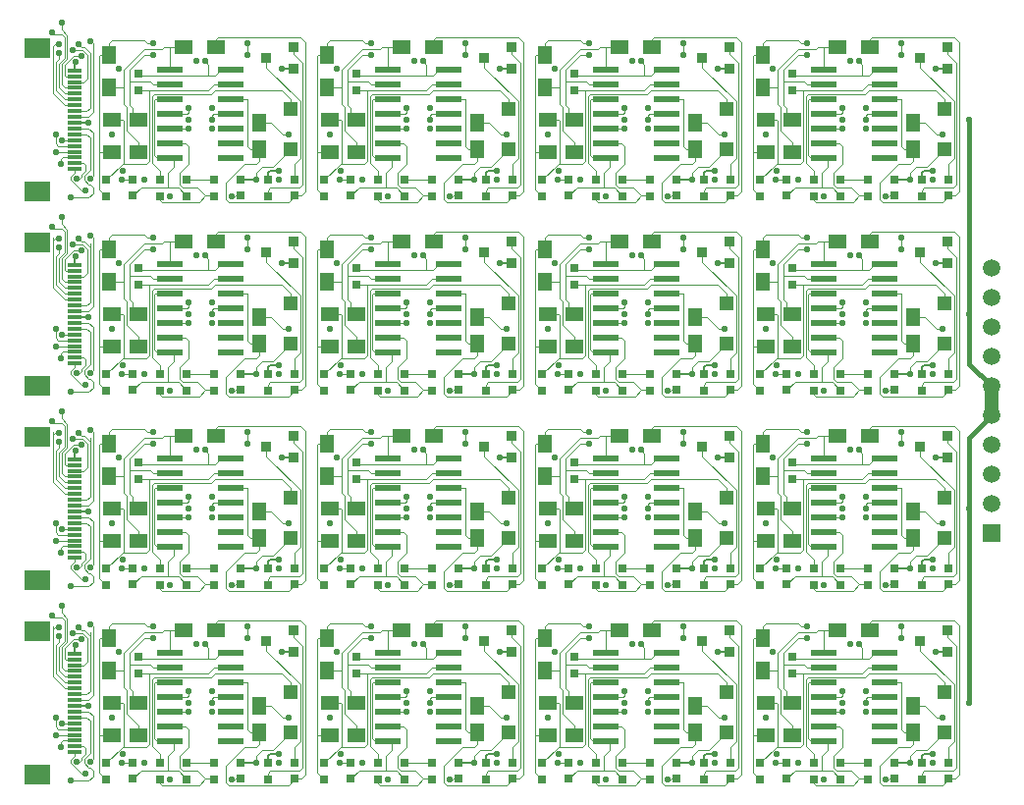
<source format=gbl>
%FSTAX23Y23*%
%MOIN*%
%SFA1B1*%

%IPPOS*%
%ADD10R,0.030000X0.030000*%
%ADD11R,0.060000X0.050000*%
%ADD12R,0.086610X0.021650*%
%ADD13R,0.050000X0.060000*%
%ADD14R,0.050000X0.050000*%
%ADD15R,0.037400X0.033470*%
%ADD16C,0.004000*%
%ADD17C,0.008000*%
%ADD18C,0.059060*%
%ADD19R,0.059060X0.059060*%
%ADD20C,0.022000*%
%ADD21R,0.086610X0.070870*%
%ADD22R,0.051180X0.011810*%
%ADD23C,0.018000*%
%LNpeak_detector_with_banking-1*%
%LPD*%
G54D10*
X09209Y15301D03*
Y15356D03*
X0866Y153D03*
Y15355D03*
X09117Y15302D03*
Y15357D03*
X08934Y15301D03*
Y15356D03*
X0877Y1566D03*
Y15715D03*
X08843Y15301D03*
Y15356D03*
X09026D03*
Y15301D03*
X08751Y15357D03*
Y15302D03*
X09301Y15357D03*
Y15302D03*
X09209Y14641D03*
Y14696D03*
X0866Y1464D03*
Y14695D03*
X09117Y14642D03*
Y14697D03*
X08934Y14641D03*
Y14696D03*
X0877Y15D03*
Y15055D03*
X08843Y14641D03*
Y14696D03*
X09026D03*
Y14641D03*
X08751Y14697D03*
Y14642D03*
X09301Y14697D03*
Y14642D03*
X09209Y14036D03*
Y13981D03*
X0866Y14035D03*
Y1398D03*
X09117Y14037D03*
Y13982D03*
X08934Y14036D03*
Y13981D03*
X0877Y14395D03*
Y1434D03*
X09301Y13982D03*
Y14037D03*
X08843Y14036D03*
Y13981D03*
X09026D03*
Y14036D03*
X08751Y13982D03*
Y14037D03*
X09301Y13322D03*
Y13377D03*
X08843Y13321D03*
Y13376D03*
X09026Y13321D03*
Y13376D03*
X09117Y13377D03*
Y13322D03*
X09209Y13321D03*
Y13376D03*
X08751Y13377D03*
Y13322D03*
X0866Y13375D03*
Y1332D03*
X0877Y13735D03*
Y1368D03*
X08934Y13321D03*
Y13376D03*
X08469Y15301D03*
Y15356D03*
X0792Y153D03*
Y15355D03*
X08377Y15302D03*
Y15357D03*
X08194Y15301D03*
Y15356D03*
X0803Y1566D03*
Y15715D03*
X08561Y15357D03*
Y15302D03*
X08103Y15301D03*
Y15356D03*
X08286D03*
Y15301D03*
X08011Y15357D03*
Y15302D03*
X08469Y14641D03*
Y14696D03*
X0792Y1464D03*
Y14695D03*
X08377Y14642D03*
Y14697D03*
X08194Y14641D03*
Y14696D03*
X0803Y15D03*
Y15055D03*
X08561Y14697D03*
Y14642D03*
X08103Y14641D03*
Y14696D03*
X08286D03*
Y14641D03*
X08011Y14697D03*
Y14642D03*
X08469Y14036D03*
Y13981D03*
X0792Y14035D03*
Y1398D03*
X08377Y14037D03*
Y13982D03*
X08194Y14036D03*
Y13981D03*
X0803Y14395D03*
Y1434D03*
X08561Y13982D03*
Y14037D03*
X08103Y14036D03*
Y13981D03*
X08286D03*
Y14036D03*
X08011Y13982D03*
Y14037D03*
X08561Y13322D03*
Y13377D03*
X08103Y13321D03*
Y13376D03*
X08286Y13321D03*
Y13376D03*
X08377Y13377D03*
Y13322D03*
X08469Y13321D03*
Y13376D03*
X08011Y13377D03*
Y13322D03*
X0792Y13375D03*
Y1332D03*
X0803Y13735D03*
Y1368D03*
X08194Y13321D03*
Y13376D03*
X07729Y15301D03*
Y15356D03*
X0718Y153D03*
Y15355D03*
X07637Y15302D03*
Y15357D03*
X07454Y15301D03*
Y15356D03*
X0729Y1566D03*
Y15715D03*
X07821Y15302D03*
Y15357D03*
X07363Y15301D03*
Y15356D03*
X07546D03*
Y15301D03*
X07271Y15357D03*
Y15302D03*
X07729Y14641D03*
Y14696D03*
X0718Y1464D03*
Y14695D03*
X07637Y14642D03*
Y14697D03*
X07454Y14641D03*
Y14696D03*
X0729Y15D03*
Y15055D03*
X07821Y14697D03*
Y14642D03*
X07363Y14641D03*
Y14696D03*
X07546D03*
Y14641D03*
X07271Y14697D03*
Y14642D03*
X07729Y14036D03*
Y13981D03*
X0718Y14035D03*
Y1398D03*
X07637Y14037D03*
Y13982D03*
X07454Y14036D03*
Y13981D03*
X0729Y14395D03*
Y1434D03*
X07821Y13982D03*
Y14037D03*
X07363Y14036D03*
Y13981D03*
X07546D03*
Y14036D03*
X07271Y13982D03*
Y14037D03*
X07821Y13322D03*
Y13377D03*
X07363Y13321D03*
Y13376D03*
X07546Y13321D03*
Y13376D03*
X07637Y13377D03*
Y13322D03*
X07729Y13321D03*
Y13376D03*
X07271Y13377D03*
Y13322D03*
X0718Y13375D03*
Y1332D03*
X0729Y13735D03*
Y1368D03*
X07454Y13321D03*
Y13376D03*
X06989Y15356D03*
Y15301D03*
X0644Y15355D03*
Y153D03*
X06897Y15357D03*
Y15302D03*
X06714Y15356D03*
Y15301D03*
X0655Y15715D03*
Y1566D03*
X07081Y15302D03*
Y15357D03*
X06623Y15356D03*
Y15301D03*
X06806D03*
Y15356D03*
X06531Y15302D03*
Y15357D03*
X06989Y14641D03*
Y14696D03*
X0644Y1464D03*
Y14695D03*
X06897Y14642D03*
Y14697D03*
X06714Y14641D03*
Y14696D03*
X0655Y15D03*
Y15055D03*
X07081Y14697D03*
Y14642D03*
X06623Y14641D03*
Y14696D03*
X06806D03*
Y14641D03*
X06531Y14697D03*
Y14642D03*
X06989Y14036D03*
Y13981D03*
X0644Y14035D03*
Y1398D03*
X06897Y14037D03*
Y13982D03*
X06714Y14036D03*
Y13981D03*
X0655Y14395D03*
Y1434D03*
X07081Y13982D03*
Y14037D03*
X06623Y14036D03*
Y13981D03*
X06806D03*
Y14036D03*
X06531Y13982D03*
Y14037D03*
X07081Y13322D03*
Y13377D03*
X06623Y13321D03*
Y13376D03*
X06806Y13321D03*
Y13376D03*
X06897Y13377D03*
Y13322D03*
X06989Y13321D03*
Y13376D03*
X06531Y13377D03*
Y13322D03*
X0644Y13375D03*
Y1332D03*
X0655Y13735D03*
Y1368D03*
X06714Y13321D03*
Y13376D03*
G54D11*
X08924Y15805D03*
X09034D03*
X08679Y1556D03*
X08769D03*
X0877Y1545D03*
X0868D03*
X08924Y15145D03*
X09034D03*
X08679Y149D03*
X08769D03*
X0877Y1479D03*
X0868D03*
X09034Y14485D03*
X08924D03*
X08769Y1424D03*
X08679D03*
X0868Y1413D03*
X0877D03*
X0868Y1347D03*
X0877D03*
X08769Y1358D03*
X08679D03*
X09034Y13825D03*
X08924D03*
X08184Y15805D03*
X08294D03*
X07939Y1556D03*
X08029D03*
X0803Y1545D03*
X0794D03*
X08184Y15145D03*
X08294D03*
X07939Y149D03*
X08029D03*
X0803Y1479D03*
X0794D03*
X08294Y14485D03*
X08184D03*
X08029Y1424D03*
X07939D03*
X0794Y1413D03*
X0803D03*
X0794Y1347D03*
X0803D03*
X08029Y1358D03*
X07939D03*
X08294Y13825D03*
X08184D03*
X07554Y15805D03*
X07444D03*
X07199Y1556D03*
X07289D03*
X0729Y1545D03*
X072D03*
X07444Y15145D03*
X07554D03*
X07199Y149D03*
X07289D03*
X0729Y1479D03*
X072D03*
X07554Y14485D03*
X07444D03*
X07289Y1424D03*
X07199D03*
X072Y1413D03*
X0729D03*
X072Y1347D03*
X0729D03*
X07289Y1358D03*
X07199D03*
X07444Y13825D03*
X07554D03*
X06814Y15805D03*
X06704D03*
X06549Y1556D03*
X06459D03*
X0646Y1545D03*
X0655D03*
X06704Y15145D03*
X06814D03*
X06459Y149D03*
X06549D03*
X0655Y1479D03*
X0646D03*
X06814Y14485D03*
X06704D03*
X06549Y1424D03*
X06459D03*
X0646Y1413D03*
X0655D03*
X0646Y1347D03*
X0655D03*
X06549Y1358D03*
X06459D03*
X06814Y13825D03*
X06704D03*
G54D12*
X09082Y1558D03*
X08877D03*
Y1563D03*
Y1543D03*
Y1573D03*
Y1548D03*
X09082Y1568D03*
X08877D03*
X09082Y1563D03*
Y1573D03*
X08877Y1553D03*
X09082Y1543D03*
Y1548D03*
Y1553D03*
Y1492D03*
X08877D03*
Y1497D03*
Y1477D03*
Y1507D03*
Y1482D03*
X09082Y1502D03*
X08877D03*
X09082Y1497D03*
Y1507D03*
X08877Y1487D03*
X09082Y1477D03*
Y1482D03*
Y1487D03*
Y1421D03*
Y1416D03*
Y1411D03*
X08877Y1421D03*
X09082Y1441D03*
Y1431D03*
X08877Y1436D03*
X09082D03*
X08877Y1416D03*
Y1441D03*
Y1411D03*
Y1431D03*
Y1426D03*
X09082D03*
X08877Y1345D03*
Y135D03*
Y1355D03*
Y136D03*
Y1365D03*
Y137D03*
Y1375D03*
X09082Y1345D03*
Y135D03*
Y1355D03*
Y136D03*
Y1365D03*
Y137D03*
Y1375D03*
X08342Y1558D03*
X08137D03*
Y1563D03*
Y1543D03*
Y1573D03*
Y1548D03*
X08342Y1568D03*
X08137D03*
X08342Y1563D03*
Y1573D03*
X08137Y1553D03*
X08342D03*
Y1548D03*
Y1543D03*
Y1492D03*
X08137D03*
Y1497D03*
Y1477D03*
Y1507D03*
Y1482D03*
X08342Y1502D03*
X08137D03*
X08342Y1497D03*
Y1507D03*
X08137Y1487D03*
X08342D03*
Y1482D03*
Y1477D03*
Y1411D03*
Y1416D03*
Y1421D03*
X08137D03*
X08342Y1441D03*
Y1431D03*
X08137Y1436D03*
X08342D03*
X08137Y1416D03*
Y1441D03*
Y1411D03*
Y1431D03*
Y1426D03*
X08342D03*
X08137Y1345D03*
Y135D03*
Y1355D03*
Y136D03*
Y1365D03*
Y137D03*
Y1375D03*
X08342Y1345D03*
Y135D03*
Y1355D03*
Y136D03*
Y1365D03*
Y137D03*
Y1375D03*
X07602Y1553D03*
Y1548D03*
Y1543D03*
X07397Y1553D03*
X07602Y1573D03*
Y1563D03*
X07397Y1568D03*
X07602D03*
X07397Y1548D03*
Y1573D03*
Y1543D03*
Y1563D03*
Y1558D03*
X07602D03*
Y1492D03*
X07397D03*
Y1497D03*
Y1477D03*
Y1507D03*
Y1482D03*
X07602Y1502D03*
X07397D03*
X07602Y1497D03*
Y1507D03*
X07397Y1487D03*
X07602Y1477D03*
Y1482D03*
Y1487D03*
Y1421D03*
Y1416D03*
Y1411D03*
X07397Y1421D03*
X07602Y1441D03*
Y1431D03*
X07397Y1436D03*
X07602D03*
X07397Y1416D03*
Y1441D03*
Y1411D03*
Y1431D03*
Y1426D03*
X07602D03*
X07397Y1345D03*
Y135D03*
Y1355D03*
Y136D03*
Y1365D03*
Y137D03*
Y1375D03*
X07602Y1345D03*
Y135D03*
Y1355D03*
Y136D03*
Y1365D03*
Y137D03*
Y1375D03*
X06862Y1543D03*
Y1548D03*
Y1553D03*
X06657D03*
X06862Y1573D03*
Y1563D03*
X06657Y1568D03*
X06862D03*
X06657Y1548D03*
Y1573D03*
Y1543D03*
Y1563D03*
Y1558D03*
X06862D03*
Y1492D03*
X06657D03*
Y1497D03*
Y1477D03*
Y1507D03*
Y1482D03*
X06862Y1502D03*
X06657D03*
X06862Y1497D03*
Y1507D03*
X06657Y1487D03*
X06862D03*
Y1482D03*
Y1477D03*
Y1411D03*
Y1416D03*
Y1421D03*
X06657D03*
X06862Y1441D03*
Y1431D03*
X06657Y1436D03*
X06862D03*
X06657Y1416D03*
Y1441D03*
Y1411D03*
Y1431D03*
Y1426D03*
X06862D03*
X06657Y1345D03*
Y135D03*
Y1355D03*
Y136D03*
Y1365D03*
Y137D03*
Y1375D03*
X06862Y1345D03*
Y135D03*
Y1355D03*
Y136D03*
Y1365D03*
Y137D03*
Y1375D03*
G54D13*
X0867Y1567D03*
Y1578D03*
X0918Y15459D03*
Y15549D03*
X0867Y1501D03*
Y1512D03*
X0918Y14799D03*
Y14889D03*
X0867Y1446D03*
Y1435D03*
X0918Y14229D03*
Y14139D03*
Y13569D03*
Y13479D03*
X0867Y1369D03*
Y138D03*
X0793Y1567D03*
Y1578D03*
X0844Y15459D03*
Y15549D03*
X0793Y1501D03*
Y1512D03*
X0844Y14799D03*
Y14889D03*
X0793Y1446D03*
Y1435D03*
X0844Y14229D03*
Y14139D03*
Y13569D03*
Y13479D03*
X0793Y1369D03*
Y138D03*
X0719Y1578D03*
Y1567D03*
X077Y15549D03*
Y15459D03*
X0719Y1501D03*
Y1512D03*
X077Y14799D03*
Y14889D03*
X0719Y1446D03*
Y1435D03*
X077Y14229D03*
Y14139D03*
Y13569D03*
Y13479D03*
X0719Y1369D03*
Y138D03*
X0645Y1578D03*
Y1567D03*
X0696Y15549D03*
Y15459D03*
X0645Y1501D03*
Y1512D03*
X0696Y14799D03*
Y14889D03*
X0645Y1446D03*
Y1435D03*
X0696Y14229D03*
Y14139D03*
Y13569D03*
Y13479D03*
X0645Y1369D03*
Y138D03*
G54D14*
X09285Y15595D03*
Y1546D03*
Y14935D03*
Y148D03*
Y1414D03*
Y14275D03*
Y13615D03*
Y1348D03*
X08545Y15595D03*
Y1546D03*
Y14935D03*
Y148D03*
Y1414D03*
Y14275D03*
Y13615D03*
Y1348D03*
X07805Y15595D03*
Y1546D03*
Y14935D03*
Y148D03*
Y1414D03*
Y14275D03*
Y13615D03*
Y1348D03*
X07065Y1546D03*
Y15595D03*
Y14935D03*
Y148D03*
Y1414D03*
Y14275D03*
Y13615D03*
Y1348D03*
G54D15*
X09203Y1577D03*
X09296Y15732D03*
Y15807D03*
X09203Y1511D03*
X09296Y15072D03*
Y15147D03*
Y14487D03*
Y14412D03*
X09203Y1445D03*
Y1379D03*
X09296Y13752D03*
Y13827D03*
X08463Y1577D03*
X08556Y15732D03*
Y15807D03*
X08463Y1511D03*
X08556Y15072D03*
Y15147D03*
Y14487D03*
Y14412D03*
X08463Y1445D03*
Y1379D03*
X08556Y13752D03*
Y13827D03*
X07723Y1577D03*
X07816Y15732D03*
Y15807D03*
X07723Y1511D03*
X07816Y15072D03*
Y15147D03*
Y14487D03*
Y14412D03*
X07723Y1445D03*
Y1379D03*
X07816Y13752D03*
Y13827D03*
X07076Y15807D03*
Y15732D03*
X06983Y1577D03*
Y1511D03*
X07076Y15072D03*
Y15147D03*
Y14487D03*
Y14412D03*
X06983Y1445D03*
X07076Y13827D03*
Y13752D03*
X06983Y1379D03*
G54D16*
X06379Y15569D02*
X06395Y15585D01*
X06374Y15589D02*
X06385Y156D01*
X06362Y15687D02*
X06375Y157D01*
X06395Y15585D02*
Y1582D01*
X0633Y15775D02*
X06345D01*
X063Y1571D02*
X06302Y15707D01*
X0629Y15678D02*
X063Y15668D01*
X0628Y15668D02*
X063Y15648D01*
X0627Y15658D02*
X063Y15628D01*
X0626Y1565D02*
X063Y15609D01*
X0627Y15658D02*
Y15755D01*
X063Y1571D02*
Y15745D01*
X0633Y15775*
X0629Y15748D02*
X06308Y15766D01*
X0628Y15668D02*
Y1575D01*
X06362Y15412D02*
X0637Y15405D01*
X0632Y15365D02*
X06333Y15378D01*
X0632Y15355D02*
Y15365D01*
X06379Y1553D02*
X06395Y15515D01*
X06374Y1551D02*
X06385Y155D01*
X06395Y1537D02*
Y15515D01*
X06385Y1539D02*
Y155D01*
X06365Y1537D02*
X06385Y1539D01*
X0637Y15386D02*
Y15405D01*
X0635Y1536D02*
X06357Y15367D01*
Y15373D02*
X0637Y15386D01*
X06357Y15367D02*
Y15373D01*
X06365Y15355D02*
X0638Y1534D01*
X06385*
X06395Y1533*
X06365Y15355D02*
Y1537D01*
X0638Y15295D02*
X06395Y1531D01*
Y1533*
X0632Y15355D02*
X06355Y1532D01*
X06285Y15425D02*
X06292Y15432D01*
X0627Y1548D02*
X06278Y15471D01*
X06308Y15766D02*
Y15847D01*
X06375Y157D02*
Y1578D01*
X0628Y1575D02*
X063Y1577D01*
Y1584*
X0627Y15755D02*
X0628Y15765D01*
X0629Y1585D02*
X063Y1584D01*
X0626Y1585D02*
X0629D01*
Y15865D02*
X06308Y15847D01*
X0629Y15678D02*
Y15748D01*
X0636Y15795D02*
X06375Y1578D01*
X06355Y15805D02*
X06365D01*
X06385Y15785*
Y156D02*
Y15785D01*
X0626Y1581D02*
X06265Y15815D01*
X0626Y1565D02*
Y1581D01*
X06379Y14909D02*
X06395Y14925D01*
X06374Y14929D02*
X06385Y1494D01*
X06362Y15027D02*
X06375Y1504D01*
X06395Y14925D02*
Y1516D01*
X06375Y1504D02*
Y1512D01*
X06362Y14752D02*
X0637Y14745D01*
X0632Y14705D02*
X06333Y14718D01*
X0632Y14695D02*
Y14705D01*
X06379Y1487D02*
X06395Y14855D01*
X06374Y1485D02*
X06385Y1484D01*
X06395Y1471D02*
Y14855D01*
X06385Y1473D02*
Y1484D01*
X06365Y1471D02*
X06385Y1473D01*
X0637Y14726D02*
Y14745D01*
X0635Y147D02*
X06357Y14707D01*
Y14713D02*
X0637Y14726D01*
X06357Y14707D02*
Y14713D01*
X06365Y14695D02*
X0638Y1468D01*
X06385*
X06395Y1467*
X06365Y14695D02*
Y1471D01*
X0638Y14635D02*
X06395Y1465D01*
Y1467*
X0632Y14695D02*
X06355Y1466D01*
X06285Y14765D02*
X06292Y14772D01*
X0627Y1482D02*
X06278Y14811D01*
X0633Y15115D02*
X06345D01*
X06308Y15106D02*
Y15187D01*
X063Y1511D02*
Y1518D01*
X0629Y1519D02*
X063Y1518D01*
X0626Y1519D02*
X0629D01*
Y15205D02*
X06308Y15187D01*
X0636Y15135D02*
X06375Y1512D01*
X06355Y15145D02*
X06365D01*
X063Y1505D02*
X06302Y15047D01*
X0629Y15018D02*
X063Y15008D01*
X0628Y15008D02*
X063Y14988D01*
X0627Y14998D02*
X063Y14968D01*
X0626Y1499D02*
X063Y14949D01*
X0627Y14998D02*
Y15095D01*
X063Y1505D02*
Y15085D01*
X0629Y15088D02*
X06308Y15106D01*
X0628Y15008D02*
Y1509D01*
X063Y1511*
X0627Y15095D02*
X0628Y15105D01*
X0629Y15018D02*
Y15088D01*
X063Y15085D02*
X0633Y15115D01*
X06379Y14249D02*
X06395Y14265D01*
X06374Y14269D02*
X06385Y1428D01*
X06362Y14367D02*
X06375Y1438D01*
X06395Y14265D02*
Y145D01*
X06375Y1438D02*
Y1446D01*
X06362Y14092D02*
X0637Y14085D01*
X0632Y14045D02*
X06333Y14058D01*
X0632Y14035D02*
Y14045D01*
X06379Y1421D02*
X06395Y14195D01*
X06374Y1419D02*
X06385Y1418D01*
X06395Y1405D02*
Y14195D01*
X06385Y1407D02*
Y1418D01*
X06365Y1405D02*
X06385Y1407D01*
X0637Y14066D02*
Y14085D01*
X0635Y1404D02*
X06357Y14047D01*
Y14053D02*
X0637Y14066D01*
X06357Y14047D02*
Y14053D01*
X06365Y14035D02*
X0638Y1402D01*
X06385*
X06395Y1401*
X06365Y14035D02*
Y1405D01*
X0638Y13975D02*
X06395Y1399D01*
Y1401*
X0632Y14035D02*
X06355Y14D01*
X06285Y14105D02*
X06292Y14112D01*
X0627Y1416D02*
X06278Y14151D01*
X0633Y14455D02*
X06345D01*
X06308Y14446D02*
Y14527D01*
X063Y1445D02*
Y1452D01*
X0629Y1453D02*
X063Y1452D01*
X0626Y1453D02*
X0629D01*
Y14545D02*
X06308Y14527D01*
X0636Y14475D02*
X06375Y1446D01*
X06355Y14485D02*
X06365D01*
X063Y1439D02*
X06302Y14387D01*
X0629Y14358D02*
X063Y14348D01*
X0628Y14348D02*
X063Y14328D01*
X0627Y14338D02*
X063Y14308D01*
X0626Y1433D02*
X063Y14289D01*
X0627Y14338D02*
Y14435D01*
X063Y1439D02*
Y14425D01*
X0629Y14428D02*
X06308Y14446D01*
X0628Y14348D02*
Y1443D01*
X063Y1445*
X0627Y14435D02*
X0628Y14445D01*
X0629Y14358D02*
Y14428D01*
X063Y14425D02*
X0633Y14455D01*
X06379Y13589D02*
X06395Y13605D01*
X06374Y13609D02*
X06385Y1362D01*
X06362Y13707D02*
X06375Y1372D01*
X06395Y13605D02*
Y1384D01*
X06375Y1372D02*
Y138D01*
X06362Y13432D02*
X0637Y13425D01*
X0632Y13385D02*
X06333Y13398D01*
X0632Y13375D02*
Y13385D01*
X06379Y1355D02*
X06395Y13535D01*
X06374Y1353D02*
X06385Y1352D01*
X06395Y1339D02*
Y13535D01*
X06385Y1341D02*
Y1352D01*
X06365Y1339D02*
X06385Y1341D01*
X0637Y13406D02*
Y13425D01*
X0635Y1338D02*
X06357Y13387D01*
Y13393D02*
X0637Y13406D01*
X06357Y13387D02*
Y13393D01*
X06365Y13375D02*
X0638Y1336D01*
X06385*
X06395Y1335*
X06365Y13375D02*
Y1339D01*
X0638Y13315D02*
X06395Y1333D01*
Y1335*
X0632Y13375D02*
X06355Y1334D01*
X06285Y13445D02*
X06292Y13452D01*
X0627Y135D02*
X06278Y13491D01*
X0633Y13795D02*
X06345D01*
X06308Y13786D02*
Y13867D01*
X063Y1379D02*
Y1386D01*
X0629Y1387D02*
X063Y1386D01*
X0626Y1387D02*
X0629D01*
Y13885D02*
X06308Y13867D01*
X0636Y13815D02*
X06375Y138D01*
X06355Y13825D02*
X06365D01*
X063Y1373D02*
X06302Y13727D01*
X0629Y13698D02*
X063Y13688D01*
X0628Y13688D02*
X063Y13668D01*
X0627Y13678D02*
X063Y13648D01*
X0626Y1367D02*
X063Y13629D01*
X0627Y13678D02*
Y13775D01*
X063Y1373D02*
Y13765D01*
X0629Y13768D02*
X06308Y13786D01*
X0628Y13688D02*
Y1377D01*
X063Y1379*
X0627Y13775D02*
X0628Y13785D01*
X0629Y13698D02*
Y13768D01*
X063Y13765D02*
X0633Y13795D01*
X0634Y1338D02*
X0635D01*
X06333Y13432D02*
X06362D01*
X0628Y1343D02*
X06282Y13432D01*
X06285Y1343D02*
Y13445D01*
X06292Y13452D02*
X06333D01*
X06271Y13471D02*
X06333D01*
X0627Y135D02*
Y1353D01*
X06278Y13491D02*
X06333D01*
X06291Y13511D02*
X06333D01*
X0632Y13315D02*
X0638D01*
X06333Y1353D02*
X06374D01*
X06333Y1355D02*
X06379D01*
X06385Y1338D02*
X06395Y1339D01*
X06355Y14D02*
X0637D01*
X06333Y14058D02*
Y14072D01*
X0634Y1404D02*
X0635D01*
X06333Y14092D02*
X06362D01*
X0628Y1409D02*
X06282Y14092D01*
X06285Y1409D02*
Y14105D01*
X06292Y14112D02*
X06333D01*
X06271Y14131D02*
X06333D01*
X0627Y1416D02*
Y1419D01*
X06278Y14151D02*
X06333D01*
X06291Y14171D02*
X06333D01*
X0632Y13975D02*
X0638D01*
X06333Y1419D02*
X06374D01*
X06333Y1421D02*
X06379D01*
X06385Y1404D02*
X06395Y1405D01*
X06355Y1466D02*
X0637D01*
X06333Y14718D02*
Y14732D01*
X0634Y147D02*
X0635D01*
X06333Y14752D02*
X06362D01*
X0628Y1475D02*
X06282Y14752D01*
X06285Y1475D02*
Y14765D01*
X06292Y14772D02*
X06333D01*
X06271Y14791D02*
X06333D01*
X0627Y1482D02*
Y1485D01*
X06278Y14811D02*
X06333D01*
X06291Y14831D02*
X06333D01*
X0632Y14635D02*
X0638D01*
X06333Y1485D02*
X06374D01*
X06333Y1487D02*
X06379D01*
X06385Y147D02*
X06395Y1471D01*
X06355Y1532D02*
X0637D01*
X06333Y15378D02*
Y15392D01*
X0634Y1536D02*
X0635D01*
X06333Y15412D02*
X06362D01*
X0628Y1541D02*
X06282Y15412D01*
X06285Y1541D02*
Y15425D01*
X06292Y15432D02*
X06333D01*
X06271Y15451D02*
X06333D01*
X0627Y1548D02*
Y1551D01*
X06278Y15471D02*
X06333D01*
X06291Y15491D02*
X06333D01*
X0632Y15295D02*
X0638D01*
X06333Y1551D02*
X06374D01*
X06333Y1553D02*
X06379D01*
X06385Y1536D02*
X06395Y1537D01*
X06333Y13589D02*
X06379D01*
X06385Y13845D02*
X06395Y1384D01*
X06333Y14249D02*
X06379D01*
X06385Y14505D02*
X06395Y145D01*
X06333Y14909D02*
X06379D01*
X06385Y15165D02*
X06395Y1516D01*
X06333Y15569D02*
X06379D01*
X06385Y15825D02*
X06395Y1582D01*
X06333Y13609D02*
X06374D01*
X06365Y13825D02*
X06385Y13805D01*
Y1362D02*
Y13805D01*
Y1382*
X06345Y13835D02*
X06355Y13825D01*
X06333Y14269D02*
X06374D01*
X06345Y14495D02*
X06355Y14485D01*
X06365D02*
X06385Y14465D01*
Y1428D02*
Y14465D01*
Y1448*
X06333Y14929D02*
X06374D01*
X06365Y15145D02*
X06385Y15125D01*
Y1494D02*
Y15125D01*
Y1514*
X06345Y15155D02*
X06355Y15145D01*
X06333Y15589D02*
X06374D01*
X06345Y15815D02*
X06355Y15805D01*
X0626Y1383D02*
X06265Y13835D01*
X0626Y1367D02*
Y1383D01*
Y1384*
X063Y13629D02*
X06333D01*
X06265Y13835D02*
X0628D01*
X0626Y1449D02*
X06265Y14495D01*
X0626Y1433D02*
Y1449D01*
Y145*
X063Y14289D02*
X06333D01*
X06265Y14495D02*
X0628D01*
X0626Y1515D02*
X06265Y15155D01*
X0626Y1499D02*
Y1515D01*
Y1516*
X063Y14949D02*
X06333D01*
X06265Y15155D02*
X0628D01*
X063Y15609D02*
X06333D01*
X06265Y15815D02*
X0628D01*
Y13785D02*
Y13805D01*
X063Y13648D02*
X06333D01*
X0628Y14445D02*
Y14465D01*
X063Y14308D02*
X06333D01*
X0628Y15105D02*
Y15125D01*
X063Y14968D02*
X06333D01*
X0628Y15765D02*
Y15785D01*
X063Y15628D02*
X06333D01*
X063Y13668D02*
X06333D01*
X06255Y13875D02*
X0626Y1387D01*
X063Y14328D02*
X06333D01*
X06255Y14535D02*
X0626Y1453D01*
X063Y14988D02*
X06333D01*
X06255Y15195D02*
X0626Y1519D01*
X063Y15648D02*
X06333D01*
X06255Y15855D02*
X0626Y1585D01*
X063Y13688D02*
X06333D01*
X0629Y13885D02*
Y1391D01*
X063Y14348D02*
X06333D01*
X0629Y14545D02*
Y1457D01*
X063Y15008D02*
X06333D01*
X0629Y15205D02*
Y1523D01*
X063Y15668D02*
X06333D01*
X0629Y15865D02*
Y1589D01*
X06333Y13707D02*
X06362D01*
X06325Y13815D02*
X0636D01*
X06333Y14367D02*
X06362D01*
X06325Y14475D02*
X0636D01*
X06333Y15027D02*
X06362D01*
X06325Y15135D02*
X0636D01*
X06333Y15687D02*
X06362D01*
X06325Y15795D02*
X0636D01*
X06302Y13727D02*
X06333D01*
X06345Y13795D02*
X0635Y138D01*
X06302Y14387D02*
X06333D01*
X06345Y14455D02*
X0635Y1446D01*
X06302Y15047D02*
X06333D01*
X06345Y15115D02*
X0635Y1512D01*
X06302Y15707D02*
X06333D01*
X06345Y15775D02*
X0635Y1578D01*
X0692D02*
Y1582D01*
Y1512D02*
Y1516D01*
Y1446D02*
Y145D01*
Y138D02*
Y1384D01*
X0766Y1578D02*
Y1582D01*
Y1512D02*
Y1516D01*
Y1446D02*
Y145D01*
Y138D02*
Y1384D01*
X084Y1578D02*
Y1582D01*
Y1512D02*
Y1516D01*
Y1446D02*
Y145D01*
Y138D02*
Y1384D01*
X0914Y1578D02*
Y1582D01*
Y1512D02*
Y1516D01*
Y1446D02*
Y145D01*
Y138D02*
Y1384D01*
X09285Y15595D02*
Y1563D01*
X09256Y15659D02*
X09285Y1563D01*
X0903Y15659D02*
X09256D01*
X08824Y15647D02*
X09018D01*
X0903Y15659*
X08843Y15356D02*
Y15385D01*
Y15356D02*
X08843D01*
X08815Y15413D02*
X08843Y15385D01*
X08815Y15413D02*
Y15638D01*
X08824Y15647*
X08998Y15302D02*
X09014D01*
X08849Y1528D02*
X08976D01*
X08998Y15302*
X0897Y1533D02*
X08998Y15302D01*
X0894Y1541D02*
Y1547D01*
X0892Y1533D02*
X0897D01*
X0893Y1548D02*
X0894Y1547D01*
X08843Y15286D02*
X08849Y1528D01*
X08843Y15286D02*
Y15301D01*
X08843D02*
X08843D01*
X0891Y1534D02*
X0892Y1533D01*
X0891Y1534D02*
Y1538D01*
X0894Y1541*
X08877Y1548D02*
X0893D01*
X09301Y15302D02*
X09323D01*
X09337Y15316*
Y15823*
X09075Y1528D02*
X09279D01*
X09301Y15302*
X0917Y1541D02*
X0918Y1542D01*
X0932Y1584D02*
X09337Y15823D01*
X0918Y1542D02*
Y15459D01*
X0904Y1584D02*
X0932D01*
X0913Y1541D02*
X0917D01*
X09065Y1529D02*
X09075Y1528D01*
X09065Y15345D02*
X0913Y1541D01*
X09065Y1529D02*
Y15345D01*
X09034Y15834D02*
X0904Y1584D01*
X09034Y15805D02*
Y15834D01*
X09301Y1541D02*
X09319Y15428D01*
Y15622*
X09203Y15737D02*
X09319Y15622D01*
X09301Y15353D02*
Y15357D01*
Y1541*
X09203Y15737D02*
Y1577D01*
X09005Y1571D02*
X0903D01*
X0905Y1573*
X08775Y1571D02*
X09005D01*
Y15745*
X08995Y1576D02*
X09005Y15745D01*
X0877Y15715D02*
X08775Y1571D01*
X08807Y15421D02*
Y1566D01*
X09005D02*
X09025Y1568D01*
X0872Y1541D02*
X08796D01*
X08807Y15421*
X09025Y1568D02*
X09082D01*
X08807Y1566D02*
X09005D01*
X0877D02*
X08807D01*
X08715Y1541D02*
X0872D01*
Y15555*
X0866Y15355D02*
X08715Y1541D01*
Y1556D02*
X0872Y15555D01*
X08679Y1556D02*
X08715D01*
X0898Y15357D02*
X09026D01*
X0898Y15356D02*
Y15357D01*
X08934Y15356D02*
X0898D01*
X08906Y1533D02*
X08934Y15301D01*
X0889Y1533D02*
X08906D01*
X0887D02*
X08889D01*
Y15399D02*
Y1543D01*
X0887Y1538D02*
X08889Y15399D01*
X08779Y1533D02*
X0887D01*
Y1538*
X08751Y15302D02*
X08779Y1533D01*
X08877Y1553D02*
X0894D01*
X0905Y1573D02*
X09082D01*
X0915Y1546D02*
X0918D01*
X0914Y1547D02*
X0915Y1546D01*
X0914Y1547D02*
Y1563D01*
X09082D02*
X0914D01*
X0882Y1568D02*
X08877D01*
X08877Y15681D02*
X08877D01*
X0881Y1569D02*
X0882Y1568D01*
X088Y1582D02*
X0882D01*
X0879Y1578D02*
X0882D01*
X0874Y1569D02*
X0881D01*
X0879Y1583D02*
X088Y1582D01*
X0874Y1573D02*
X0879Y1578D01*
X0868Y1583D02*
X0879D01*
X0875Y1558D02*
Y156D01*
X0874Y1561D02*
X0875Y156D01*
X0874Y1561D02*
Y1569D01*
Y1573*
X0867Y1578D02*
Y1582D01*
X0868Y1583*
X08877Y1573D02*
Y15805D01*
X08924*
X08855D02*
X08877D01*
X0879Y158D02*
X0885D01*
X08855Y15805*
X0877Y1545D02*
Y15484D01*
X08731Y15524D02*
X0877Y15484D01*
X08731Y15524D02*
Y15602D01*
X0872Y15613D02*
X08731Y15602D01*
X0872Y15613D02*
Y1567D01*
Y1567D02*
Y1573D01*
X0867Y1567D02*
X08719D01*
X0872Y1573D02*
X0879Y158D01*
X08877Y1543D02*
X08889D01*
X08833D02*
X08877D01*
X08828Y1563D02*
X08877D01*
X08823Y1544D02*
X08833Y1543D01*
X08823Y15625D02*
X08828Y1563D01*
X08823Y1544D02*
Y15625D01*
X0894Y15585D02*
Y156D01*
X08935Y1558D02*
X0894Y15585D01*
X08877Y1558D02*
X08935D01*
X0902Y1556D02*
Y15575D01*
X09025Y1558D02*
X09082D01*
X0902Y15575D02*
X09025Y1558D01*
X0919Y154D02*
X09225D01*
X09285Y1546*
X0917Y1538D02*
X0919Y154D01*
X0917Y15355D02*
Y1538D01*
X091Y15302D02*
X09117D01*
X09098Y153D02*
X091Y15302D01*
X09085Y153D02*
X09098D01*
X08636Y15324D02*
X0866Y153D01*
X08636Y1545D02*
X0868D01*
X08636Y15324D02*
Y1545D01*
X08636Y15768*
X0864Y1578D02*
X0867D01*
X08636Y15768D02*
Y15776D01*
X0864Y1578*
X09318Y15329D02*
X09328Y15339D01*
X09218Y15329D02*
X09318D01*
X09328Y15339D02*
Y15753D01*
X09296Y15784D02*
X09328Y15753D01*
X09209Y15301D02*
Y1532D01*
X09296Y15784D02*
Y15807D01*
X09209Y1532D02*
X09218Y15329D01*
X09295Y15732D02*
X09296D01*
X09203Y1577D02*
X09203D01*
X09209Y15301D02*
X09209D01*
X08769Y1556D02*
Y1556D01*
X0875Y1558D02*
X08769Y1556D01*
X0926Y1551D02*
X0928D01*
X0922Y15549D02*
X0926Y1551D01*
X0918Y15549D02*
X0922D01*
X09034Y158D02*
Y15805D01*
X09026Y15356D02*
Y15357D01*
X08713D02*
X08751D01*
X09285Y14935D02*
Y1497D01*
X09256Y14999D02*
X09285Y1497D01*
X0903Y14999D02*
X09256D01*
X08824Y14987D02*
X09018D01*
X0903Y14999*
X08843Y14696D02*
Y14725D01*
Y14696D02*
X08843D01*
X08815Y14753D02*
X08843Y14725D01*
X08815Y14753D02*
Y14978D01*
X08824Y14987*
X08998Y14642D02*
X09014D01*
X08849Y1462D02*
X08976D01*
X08998Y14642*
X0897Y1467D02*
X08998Y14642D01*
X0894Y1475D02*
Y1481D01*
X0892Y1467D02*
X0897D01*
X0893Y1482D02*
X0894Y1481D01*
X08843Y14626D02*
X08849Y1462D01*
X08843Y14626D02*
Y14641D01*
X08843D02*
X08843D01*
X0891Y1468D02*
X0892Y1467D01*
X0891Y1468D02*
Y1472D01*
X0894Y1475*
X08877Y1482D02*
X0893D01*
X09301Y14642D02*
X09323D01*
X09337Y14656*
Y15163*
X09075Y1462D02*
X09279D01*
X09301Y14642*
X0917Y1475D02*
X0918Y1476D01*
X0932Y1518D02*
X09337Y15163D01*
X0918Y1476D02*
Y14799D01*
X0904Y1518D02*
X0932D01*
X0913Y1475D02*
X0917D01*
X09065Y1463D02*
X09075Y1462D01*
X09065Y14685D02*
X0913Y1475D01*
X09065Y1463D02*
Y14685D01*
X09034Y15174D02*
X0904Y1518D01*
X09034Y15145D02*
Y15174D01*
X09301Y1475D02*
X09319Y14768D01*
Y14962*
X09203Y15077D02*
X09319Y14962D01*
X09301Y14693D02*
Y14697D01*
Y1475*
X09203Y15077D02*
Y1511D01*
X09005Y1505D02*
X0903D01*
X0905Y1507*
X08775Y1505D02*
X09005D01*
Y15085*
X08995Y151D02*
X09005Y15085D01*
X0877Y15055D02*
X08775Y1505D01*
X08807Y14761D02*
Y15D01*
X09005D02*
X09025Y1502D01*
X0872Y1475D02*
X08796D01*
X08807Y14761*
X09025Y1502D02*
X09082D01*
X08807Y15D02*
X09005D01*
X0877D02*
X08807D01*
X08715Y1475D02*
X0872D01*
Y14895*
X0866Y14695D02*
X08715Y1475D01*
Y149D02*
X0872Y14895D01*
X08679Y149D02*
X08715D01*
X0898Y14697D02*
X09026D01*
X0898Y14696D02*
Y14697D01*
X08934Y14696D02*
X0898D01*
X08906Y1467D02*
X08934Y14641D01*
X0889Y1467D02*
X08906D01*
X0887D02*
X08889D01*
Y14739D02*
Y1477D01*
X0887Y1472D02*
X08889Y14739D01*
X08779Y1467D02*
X0887D01*
Y1472*
X08751Y14642D02*
X08779Y1467D01*
X08877Y1487D02*
X0894D01*
X0905Y1507D02*
X09082D01*
X0915Y148D02*
X0918D01*
X0914Y1481D02*
X0915Y148D01*
X0914Y1481D02*
Y1497D01*
X09082D02*
X0914D01*
X0882Y1502D02*
X08877D01*
X08877Y15021D02*
X08877D01*
X0881Y1503D02*
X0882Y1502D01*
X088Y1516D02*
X0882D01*
X0879Y1512D02*
X0882D01*
X0874Y1503D02*
X0881D01*
X0879Y1517D02*
X088Y1516D01*
X0874Y1507D02*
X0879Y1512D01*
X0868Y1517D02*
X0879D01*
X0875Y1492D02*
Y1494D01*
X0874Y1495D02*
X0875Y1494D01*
X0874Y1495D02*
Y1503D01*
Y1507*
X0867Y1512D02*
Y1516D01*
X0868Y1517*
X08877Y1507D02*
Y15145D01*
X08924*
X08855D02*
X08877D01*
X0879Y1514D02*
X0885D01*
X08855Y15145*
X0877Y1479D02*
Y14824D01*
X08731Y14864D02*
X0877Y14824D01*
X08731Y14864D02*
Y14942D01*
X0872Y14953D02*
X08731Y14942D01*
X0872Y14953D02*
Y1501D01*
Y1501D02*
Y1507D01*
X0867Y1501D02*
X08719D01*
X0872Y1507D02*
X0879Y1514D01*
X08877Y1477D02*
X08889D01*
X08833D02*
X08877D01*
X08828Y1497D02*
X08877D01*
X08823Y1478D02*
X08833Y1477D01*
X08823Y14965D02*
X08828Y1497D01*
X08823Y1478D02*
Y14965D01*
X0894Y14925D02*
Y1494D01*
X08935Y1492D02*
X0894Y14925D01*
X08877Y1492D02*
X08935D01*
X0902Y149D02*
Y14915D01*
X09025Y1492D02*
X09082D01*
X0902Y14915D02*
X09025Y1492D01*
X0919Y1474D02*
X09225D01*
X09285Y148*
X0917Y1472D02*
X0919Y1474D01*
X0917Y14695D02*
Y1472D01*
X091Y14642D02*
X09117D01*
X09098Y1464D02*
X091Y14642D01*
X09085Y1464D02*
X09098D01*
X08636Y14664D02*
X0866Y1464D01*
X08636Y1479D02*
X0868D01*
X08636Y14664D02*
Y1479D01*
X08636Y15108*
X0864Y1512D02*
X0867D01*
X08636Y15108D02*
Y15116D01*
X0864Y1512*
X09318Y14669D02*
X09328Y14679D01*
X09218Y14669D02*
X09318D01*
X09328Y14679D02*
Y15093D01*
X09296Y15124D02*
X09328Y15093D01*
X09209Y14641D02*
Y1466D01*
X09296Y15124D02*
Y15147D01*
X09209Y1466D02*
X09218Y14669D01*
X09295Y15072D02*
X09296D01*
X09203Y1511D02*
X09203D01*
X09209Y14641D02*
X09209D01*
X08769Y149D02*
Y149D01*
X0875Y1492D02*
X08769Y149D01*
X0926Y1485D02*
X0928D01*
X0922Y14889D02*
X0926Y1485D01*
X0918Y14889D02*
X0922D01*
X09034Y1514D02*
Y15145D01*
X09026Y14696D02*
Y14697D01*
X08713D02*
X08751D01*
X09285Y14275D02*
Y1431D01*
X09256Y14339D02*
X09285Y1431D01*
X0903Y14339D02*
X09256D01*
X08824Y14327D02*
X09018D01*
X0903Y14339*
X08843Y14036D02*
Y14065D01*
Y14036D02*
X08843D01*
X08815Y14093D02*
X08843Y14065D01*
X08815Y14093D02*
Y14318D01*
X08824Y14327*
X08998Y13982D02*
X09014D01*
X08849Y1396D02*
X08976D01*
X08998Y13982*
X0897Y1401D02*
X08998Y13982D01*
X0894Y1409D02*
Y1415D01*
X0892Y1401D02*
X0897D01*
X0893Y1416D02*
X0894Y1415D01*
X08843Y13966D02*
X08849Y1396D01*
X08843Y13966D02*
Y13981D01*
X08843D02*
X08843D01*
X0891Y1402D02*
X0892Y1401D01*
X0891Y1402D02*
Y1406D01*
X0894Y1409*
X08877Y1416D02*
X0893D01*
X09301Y13982D02*
X09323D01*
X09337Y13996*
Y14503*
X09075Y1396D02*
X09279D01*
X09301Y13982*
X0917Y1409D02*
X0918Y141D01*
X0932Y1452D02*
X09337Y14503D01*
X0918Y141D02*
Y14139D01*
X0904Y1452D02*
X0932D01*
X0913Y1409D02*
X0917D01*
X09065Y1397D02*
X09075Y1396D01*
X09065Y14025D02*
X0913Y1409D01*
X09065Y1397D02*
Y14025D01*
X09034Y14514D02*
X0904Y1452D01*
X09034Y14485D02*
Y14514D01*
X09301Y1409D02*
X09319Y14108D01*
Y14302*
X09203Y14417D02*
X09319Y14302D01*
X09301Y14033D02*
Y14037D01*
Y1409*
X09203Y14417D02*
Y1445D01*
X09005Y1439D02*
X0903D01*
X0905Y1441*
X08775Y1439D02*
X09005D01*
Y14425*
X08995Y1444D02*
X09005Y14425D01*
X0877Y14395D02*
X08775Y1439D01*
X08807Y14101D02*
Y1434D01*
X09005D02*
X09025Y1436D01*
X0872Y1409D02*
X08796D01*
X08807Y14101*
X09025Y1436D02*
X09082D01*
X08807Y1434D02*
X09005D01*
X0877D02*
X08807D01*
X08715Y1409D02*
X0872D01*
Y14235*
X0866Y14035D02*
X08715Y1409D01*
Y1424D02*
X0872Y14235D01*
X08679Y1424D02*
X08715D01*
X0898Y14037D02*
X09026D01*
X0898Y14036D02*
Y14037D01*
X08934Y14036D02*
X0898D01*
X08906Y1401D02*
X08934Y13981D01*
X0889Y1401D02*
X08906D01*
X0887D02*
X08889D01*
Y14079D02*
Y1411D01*
X0887Y1406D02*
X08889Y14079D01*
X08779Y1401D02*
X0887D01*
Y1406*
X08751Y13982D02*
X08779Y1401D01*
X08877Y1421D02*
X0894D01*
X0905Y1441D02*
X09082D01*
X0915Y1414D02*
X0918D01*
X0914Y1415D02*
X0915Y1414D01*
X0914Y1415D02*
Y1431D01*
X09082D02*
X0914D01*
X0882Y1436D02*
X08877D01*
X08877Y14361D02*
X08877D01*
X0881Y1437D02*
X0882Y1436D01*
X088Y145D02*
X0882D01*
X0879Y1446D02*
X0882D01*
X0874Y1437D02*
X0881D01*
X0879Y1451D02*
X088Y145D01*
X0874Y1441D02*
X0879Y1446D01*
X0868Y1451D02*
X0879D01*
X0875Y1426D02*
Y1428D01*
X0874Y1429D02*
X0875Y1428D01*
X0874Y1429D02*
Y1437D01*
Y1441*
X0867Y1446D02*
Y145D01*
X0868Y1451*
X08877Y1441D02*
Y14485D01*
X08924*
X08855D02*
X08877D01*
X0879Y1448D02*
X0885D01*
X08855Y14485*
X0877Y1413D02*
Y14164D01*
X08731Y14204D02*
X0877Y14164D01*
X08731Y14204D02*
Y14282D01*
X0872Y14293D02*
X08731Y14282D01*
X0872Y14293D02*
Y1435D01*
Y1435D02*
Y1441D01*
X0867Y1435D02*
X08719D01*
X0872Y1441D02*
X0879Y1448D01*
X08877Y1411D02*
X08889D01*
X08833D02*
X08877D01*
X08828Y1431D02*
X08877D01*
X08823Y1412D02*
X08833Y1411D01*
X08823Y14305D02*
X08828Y1431D01*
X08823Y1412D02*
Y14305D01*
X0894Y14265D02*
Y1428D01*
X08935Y1426D02*
X0894Y14265D01*
X08877Y1426D02*
X08935D01*
X0902Y1424D02*
Y14255D01*
X09025Y1426D02*
X09082D01*
X0902Y14255D02*
X09025Y1426D01*
X0919Y1408D02*
X09225D01*
X09285Y1414*
X0917Y1406D02*
X0919Y1408D01*
X0917Y14035D02*
Y1406D01*
X091Y13982D02*
X09117D01*
X09098Y1398D02*
X091Y13982D01*
X09085Y1398D02*
X09098D01*
X08636Y14004D02*
X0866Y1398D01*
X08636Y1413D02*
X0868D01*
X08636Y14004D02*
Y1413D01*
X08636Y14448*
X0864Y1446D02*
X0867D01*
X08636Y14448D02*
Y14456D01*
X0864Y1446*
X09318Y14009D02*
X09328Y14019D01*
X09218Y14009D02*
X09318D01*
X09328Y14019D02*
Y14433D01*
X09296Y14464D02*
X09328Y14433D01*
X09209Y13981D02*
Y14D01*
X09296Y14464D02*
Y14487D01*
X09209Y14D02*
X09218Y14009D01*
X09295Y14412D02*
X09296D01*
X09203Y1445D02*
X09203D01*
X09209Y13981D02*
X09209D01*
X08769Y1424D02*
Y1424D01*
X0875Y1426D02*
X08769Y1424D01*
X0926Y1419D02*
X0928D01*
X0922Y14229D02*
X0926Y1419D01*
X0918Y14229D02*
X0922D01*
X09034Y1448D02*
Y14485D01*
X09026Y14036D02*
Y14037D01*
X08713D02*
X08751D01*
X09285Y13615D02*
Y1365D01*
X09256Y13679D02*
X09285Y1365D01*
X0903Y13679D02*
X09256D01*
X08824Y13667D02*
X09018D01*
X0903Y13679*
X08843Y13376D02*
Y13405D01*
Y13376D02*
X08843D01*
X08815Y13433D02*
X08843Y13405D01*
X08815Y13433D02*
Y13658D01*
X08824Y13667*
X08998Y13322D02*
X09014D01*
X08849Y133D02*
X08976D01*
X08998Y13322*
X0897Y1335D02*
X08998Y13322D01*
X0894Y1343D02*
Y1349D01*
X0892Y1335D02*
X0897D01*
X0893Y135D02*
X0894Y1349D01*
X08843Y13306D02*
X08849Y133D01*
X08843Y13306D02*
Y13321D01*
X08843D02*
X08843D01*
X0891Y1336D02*
X0892Y1335D01*
X0891Y1336D02*
Y134D01*
X0894Y1343*
X08877Y135D02*
X0893D01*
X09301Y13322D02*
X09323D01*
X09337Y13336*
Y13843*
X09075Y133D02*
X09279D01*
X09301Y13322*
X0917Y1343D02*
X0918Y1344D01*
X0932Y1386D02*
X09337Y13843D01*
X0918Y1344D02*
Y13479D01*
X0904Y1386D02*
X0932D01*
X0913Y1343D02*
X0917D01*
X09065Y1331D02*
X09075Y133D01*
X09065Y13365D02*
X0913Y1343D01*
X09065Y1331D02*
Y13365D01*
X09034Y13854D02*
X0904Y1386D01*
X09034Y13825D02*
Y13854D01*
X09301Y1343D02*
X09319Y13448D01*
Y13642*
X09203Y13757D02*
X09319Y13642D01*
X09301Y13373D02*
Y13377D01*
Y1343*
X09203Y13757D02*
Y1379D01*
X09005Y1373D02*
X0903D01*
X0905Y1375*
X08775Y1373D02*
X09005D01*
Y13765*
X08995Y1378D02*
X09005Y13765D01*
X0877Y13735D02*
X08775Y1373D01*
X08807Y13441D02*
Y1368D01*
X09005D02*
X09025Y137D01*
X0872Y1343D02*
X08796D01*
X08807Y13441*
X09025Y137D02*
X09082D01*
X08807Y1368D02*
X09005D01*
X0877D02*
X08807D01*
X08715Y1343D02*
X0872D01*
Y13575*
X0866Y13375D02*
X08715Y1343D01*
Y1358D02*
X0872Y13575D01*
X08679Y1358D02*
X08715D01*
X0898Y13377D02*
X09026D01*
X0898Y13376D02*
Y13377D01*
X08934Y13376D02*
X0898D01*
X08906Y1335D02*
X08934Y13321D01*
X0889Y1335D02*
X08906D01*
X0887D02*
X08889D01*
Y13419D02*
Y1345D01*
X0887Y134D02*
X08889Y13419D01*
X08779Y1335D02*
X0887D01*
Y134*
X08751Y13322D02*
X08779Y1335D01*
X08877Y1355D02*
X0894D01*
X0905Y1375D02*
X09082D01*
X0915Y1348D02*
X0918D01*
X0914Y1349D02*
X0915Y1348D01*
X0914Y1349D02*
Y1365D01*
X09082D02*
X0914D01*
X0882Y137D02*
X08877D01*
X08877Y13701D02*
X08877D01*
X0881Y1371D02*
X0882Y137D01*
X088Y1384D02*
X0882D01*
X0879Y138D02*
X0882D01*
X0874Y1371D02*
X0881D01*
X0879Y1385D02*
X088Y1384D01*
X0874Y1375D02*
X0879Y138D01*
X0868Y1385D02*
X0879D01*
X0875Y136D02*
Y1362D01*
X0874Y1363D02*
X0875Y1362D01*
X0874Y1363D02*
Y1371D01*
Y1375*
X0867Y138D02*
Y1384D01*
X0868Y1385*
X08877Y1375D02*
Y13825D01*
X08924*
X08855D02*
X08877D01*
X0879Y1382D02*
X0885D01*
X08855Y13825*
X0877Y1347D02*
Y13504D01*
X08731Y13544D02*
X0877Y13504D01*
X08731Y13544D02*
Y13622D01*
X0872Y13633D02*
X08731Y13622D01*
X0872Y13633D02*
Y1369D01*
Y1369D02*
Y1375D01*
X0867Y1369D02*
X08719D01*
X0872Y1375D02*
X0879Y1382D01*
X08877Y1345D02*
X08889D01*
X08833D02*
X08877D01*
X08828Y1365D02*
X08877D01*
X08823Y1346D02*
X08833Y1345D01*
X08823Y13645D02*
X08828Y1365D01*
X08823Y1346D02*
Y13645D01*
X0894Y13605D02*
Y1362D01*
X08935Y136D02*
X0894Y13605D01*
X08877Y136D02*
X08935D01*
X0902Y1358D02*
Y13595D01*
X09025Y136D02*
X09082D01*
X0902Y13595D02*
X09025Y136D01*
X0919Y1342D02*
X09225D01*
X09285Y1348*
X0917Y134D02*
X0919Y1342D01*
X0917Y13375D02*
Y134D01*
X091Y13322D02*
X09117D01*
X09098Y1332D02*
X091Y13322D01*
X09085Y1332D02*
X09098D01*
X08636Y13344D02*
X0866Y1332D01*
X08636Y1347D02*
X0868D01*
X08636Y13344D02*
Y1347D01*
X08636Y13788*
X0864Y138D02*
X0867D01*
X08636Y13788D02*
Y13796D01*
X0864Y138*
X09318Y13349D02*
X09328Y13359D01*
X09218Y13349D02*
X09318D01*
X09328Y13359D02*
Y13773D01*
X09296Y13804D02*
X09328Y13773D01*
X09209Y13321D02*
Y1334D01*
X09296Y13804D02*
Y13827D01*
X09209Y1334D02*
X09218Y13349D01*
X09295Y13752D02*
X09296D01*
X09203Y1379D02*
X09203D01*
X09209Y13321D02*
X09209D01*
X08769Y1358D02*
Y1358D01*
X0875Y136D02*
X08769Y1358D01*
X0926Y1353D02*
X0928D01*
X0922Y13569D02*
X0926Y1353D01*
X0918Y13569D02*
X0922D01*
X09034Y1382D02*
Y13825D01*
X09026Y13376D02*
Y13377D01*
X08713D02*
X08751D01*
X08545Y15595D02*
Y1563D01*
X08516Y15659D02*
X08545Y1563D01*
X0829Y15659D02*
X08516D01*
X08084Y15647D02*
X08278D01*
X0829Y15659*
X08103Y15356D02*
Y15385D01*
Y15356D02*
X08103D01*
X08075Y15413D02*
X08103Y15385D01*
X08075Y15413D02*
Y15638D01*
X08084Y15647*
X08258Y15302D02*
X08274D01*
X08109Y1528D02*
X08236D01*
X08258Y15302*
X0823Y1533D02*
X08258Y15302D01*
X082Y1541D02*
Y1547D01*
X0818Y1533D02*
X0823D01*
X0819Y1548D02*
X082Y1547D01*
X08103Y15286D02*
X08109Y1528D01*
X08103Y15286D02*
Y15301D01*
X08103D02*
X08103D01*
X0817Y1534D02*
X0818Y1533D01*
X0817Y1534D02*
Y1538D01*
X082Y1541*
X08137Y1548D02*
X0819D01*
X08561Y15302D02*
X08583D01*
X08597Y15316*
Y15823*
X08335Y1528D02*
X08539D01*
X08561Y15302*
X0843Y1541D02*
X0844Y1542D01*
X0858Y1584D02*
X08597Y15823D01*
X0844Y1542D02*
Y15459D01*
X083Y1584D02*
X0858D01*
X0839Y1541D02*
X0843D01*
X08325Y1529D02*
X08335Y1528D01*
X08325Y15345D02*
X0839Y1541D01*
X08325Y1529D02*
Y15345D01*
X08294Y15834D02*
X083Y1584D01*
X08294Y15805D02*
Y15834D01*
X08561Y1541D02*
X08579Y15428D01*
Y15622*
X08463Y15737D02*
X08579Y15622D01*
X08561Y15353D02*
Y15357D01*
Y1541*
X08463Y15737D02*
Y1577D01*
X08265Y1571D02*
X0829D01*
X0831Y1573*
X08035Y1571D02*
X08265D01*
Y15745*
X08255Y1576D02*
X08265Y15745D01*
X0803Y15715D02*
X08035Y1571D01*
X08067Y15421D02*
Y1566D01*
X08265D02*
X08285Y1568D01*
X0798Y1541D02*
X08056D01*
X08067Y15421*
X08285Y1568D02*
X08342D01*
X08067Y1566D02*
X08265D01*
X0803D02*
X08067D01*
X07975Y1541D02*
X0798D01*
Y15555*
X0792Y15355D02*
X07975Y1541D01*
Y1556D02*
X0798Y15555D01*
X07939Y1556D02*
X07975D01*
X0824Y15357D02*
X08286D01*
X0824Y15356D02*
Y15357D01*
X08194Y15356D02*
X0824D01*
X08166Y1533D02*
X08194Y15301D01*
X0815Y1533D02*
X08166D01*
X0813D02*
X08149D01*
Y15399D02*
Y1543D01*
X0813Y1538D02*
X08149Y15399D01*
X08039Y1533D02*
X0813D01*
Y1538*
X08011Y15302D02*
X08039Y1533D01*
X08137Y1553D02*
X082D01*
X0831Y1573D02*
X08342D01*
X0841Y1546D02*
X0844D01*
X084Y1547D02*
X0841Y1546D01*
X084Y1547D02*
Y1563D01*
X08342D02*
X084D01*
X0808Y1568D02*
X08137D01*
X08137Y15681D02*
X08137D01*
X0807Y1569D02*
X0808Y1568D01*
X0806Y1582D02*
X0808D01*
X0805Y1578D02*
X0808D01*
X08Y1569D02*
X0807D01*
X0805Y1583D02*
X0806Y1582D01*
X08Y1573D02*
X0805Y1578D01*
X0794Y1583D02*
X0805D01*
X0801Y1558D02*
Y156D01*
X08Y1561D02*
X0801Y156D01*
X08Y1561D02*
Y1569D01*
Y1573*
X0793Y1578D02*
Y1582D01*
X0794Y1583*
X08137Y1573D02*
Y15805D01*
X08184*
X08115D02*
X08137D01*
X0805Y158D02*
X0811D01*
X08115Y15805*
X0803Y1545D02*
Y15484D01*
X07991Y15524D02*
X0803Y15484D01*
X07991Y15524D02*
Y15602D01*
X0798Y15613D02*
X07991Y15602D01*
X0798Y15613D02*
Y1567D01*
Y1567D02*
Y1573D01*
X0793Y1567D02*
X07979D01*
X0798Y1573D02*
X0805Y158D01*
X08137Y1543D02*
X08149D01*
X08093D02*
X08137D01*
X08088Y1563D02*
X08137D01*
X08083Y1544D02*
X08093Y1543D01*
X08083Y15625D02*
X08088Y1563D01*
X08083Y1544D02*
Y15625D01*
X082Y15585D02*
Y156D01*
X08195Y1558D02*
X082Y15585D01*
X08137Y1558D02*
X08195D01*
X0828Y1556D02*
Y15575D01*
X08285Y1558D02*
X08342D01*
X0828Y15575D02*
X08285Y1558D01*
X0845Y154D02*
X08485D01*
X08545Y1546*
X0843Y1538D02*
X0845Y154D01*
X0843Y15355D02*
Y1538D01*
X0836Y15302D02*
X08377D01*
X08358Y153D02*
X0836Y15302D01*
X08345Y153D02*
X08358D01*
X07896Y15324D02*
X0792Y153D01*
X07896Y1545D02*
X0794D01*
X07896Y15324D02*
Y1545D01*
X07896Y15768*
X079Y1578D02*
X0793D01*
X07896Y15768D02*
Y15776D01*
X079Y1578*
X08578Y15329D02*
X08588Y15339D01*
X08478Y15329D02*
X08578D01*
X08588Y15339D02*
Y15753D01*
X08556Y15784D02*
X08588Y15753D01*
X08469Y15301D02*
Y1532D01*
X08556Y15784D02*
Y15807D01*
X08469Y1532D02*
X08478Y15329D01*
X08555Y15732D02*
X08556D01*
X08463Y1577D02*
X08463D01*
X08469Y15301D02*
X08469D01*
X08029Y1556D02*
Y1556D01*
X0801Y1558D02*
X08029Y1556D01*
X0852Y1551D02*
X0854D01*
X0848Y15549D02*
X0852Y1551D01*
X0844Y15549D02*
X0848D01*
X08294Y158D02*
Y15805D01*
X08286Y15356D02*
Y15357D01*
X07973D02*
X08011D01*
X08545Y14935D02*
Y1497D01*
X08516Y14999D02*
X08545Y1497D01*
X0829Y14999D02*
X08516D01*
X08084Y14987D02*
X08278D01*
X0829Y14999*
X08103Y14696D02*
Y14725D01*
Y14696D02*
X08103D01*
X08075Y14753D02*
X08103Y14725D01*
X08075Y14753D02*
Y14978D01*
X08084Y14987*
X08258Y14642D02*
X08274D01*
X08109Y1462D02*
X08236D01*
X08258Y14642*
X0823Y1467D02*
X08258Y14642D01*
X082Y1475D02*
Y1481D01*
X0818Y1467D02*
X0823D01*
X0819Y1482D02*
X082Y1481D01*
X08103Y14626D02*
X08109Y1462D01*
X08103Y14626D02*
Y14641D01*
X08103D02*
X08103D01*
X0817Y1468D02*
X0818Y1467D01*
X0817Y1468D02*
Y1472D01*
X082Y1475*
X08137Y1482D02*
X0819D01*
X08561Y14642D02*
X08583D01*
X08597Y14656*
Y15163*
X08335Y1462D02*
X08539D01*
X08561Y14642*
X0843Y1475D02*
X0844Y1476D01*
X0858Y1518D02*
X08597Y15163D01*
X0844Y1476D02*
Y14799D01*
X083Y1518D02*
X0858D01*
X0839Y1475D02*
X0843D01*
X08325Y1463D02*
X08335Y1462D01*
X08325Y14685D02*
X0839Y1475D01*
X08325Y1463D02*
Y14685D01*
X08294Y15174D02*
X083Y1518D01*
X08294Y15145D02*
Y15174D01*
X08561Y1475D02*
X08579Y14768D01*
Y14962*
X08463Y15077D02*
X08579Y14962D01*
X08561Y14693D02*
Y14697D01*
Y1475*
X08463Y15077D02*
Y1511D01*
X08265Y1505D02*
X0829D01*
X0831Y1507*
X08035Y1505D02*
X08265D01*
Y15085*
X08255Y151D02*
X08265Y15085D01*
X0803Y15055D02*
X08035Y1505D01*
X08067Y14761D02*
Y15D01*
X08265D02*
X08285Y1502D01*
X0798Y1475D02*
X08056D01*
X08067Y14761*
X08285Y1502D02*
X08342D01*
X08067Y15D02*
X08265D01*
X0803D02*
X08067D01*
X07975Y1475D02*
X0798D01*
Y14895*
X0792Y14695D02*
X07975Y1475D01*
Y149D02*
X0798Y14895D01*
X07939Y149D02*
X07975D01*
X0824Y14697D02*
X08286D01*
X0824Y14696D02*
Y14697D01*
X08194Y14696D02*
X0824D01*
X08166Y1467D02*
X08194Y14641D01*
X0815Y1467D02*
X08166D01*
X0813D02*
X08149D01*
Y14739D02*
Y1477D01*
X0813Y1472D02*
X08149Y14739D01*
X08039Y1467D02*
X0813D01*
Y1472*
X08011Y14642D02*
X08039Y1467D01*
X08137Y1487D02*
X082D01*
X0831Y1507D02*
X08342D01*
X0841Y148D02*
X0844D01*
X084Y1481D02*
X0841Y148D01*
X084Y1481D02*
Y1497D01*
X08342D02*
X084D01*
X0808Y1502D02*
X08137D01*
X08137Y15021D02*
X08137D01*
X0807Y1503D02*
X0808Y1502D01*
X0806Y1516D02*
X0808D01*
X0805Y1512D02*
X0808D01*
X08Y1503D02*
X0807D01*
X0805Y1517D02*
X0806Y1516D01*
X08Y1507D02*
X0805Y1512D01*
X0794Y1517D02*
X0805D01*
X0801Y1492D02*
Y1494D01*
X08Y1495D02*
X0801Y1494D01*
X08Y1495D02*
Y1503D01*
Y1507*
X0793Y1512D02*
Y1516D01*
X0794Y1517*
X08137Y1507D02*
Y15145D01*
X08184*
X08115D02*
X08137D01*
X0805Y1514D02*
X0811D01*
X08115Y15145*
X0803Y1479D02*
Y14824D01*
X07991Y14864D02*
X0803Y14824D01*
X07991Y14864D02*
Y14942D01*
X0798Y14953D02*
X07991Y14942D01*
X0798Y14953D02*
Y1501D01*
Y1501D02*
Y1507D01*
X0793Y1501D02*
X07979D01*
X0798Y1507D02*
X0805Y1514D01*
X08137Y1477D02*
X08149D01*
X08093D02*
X08137D01*
X08088Y1497D02*
X08137D01*
X08083Y1478D02*
X08093Y1477D01*
X08083Y14965D02*
X08088Y1497D01*
X08083Y1478D02*
Y14965D01*
X082Y14925D02*
Y1494D01*
X08195Y1492D02*
X082Y14925D01*
X08137Y1492D02*
X08195D01*
X0828Y149D02*
Y14915D01*
X08285Y1492D02*
X08342D01*
X0828Y14915D02*
X08285Y1492D01*
X0845Y1474D02*
X08485D01*
X08545Y148*
X0843Y1472D02*
X0845Y1474D01*
X0843Y14695D02*
Y1472D01*
X0836Y14642D02*
X08377D01*
X08358Y1464D02*
X0836Y14642D01*
X08345Y1464D02*
X08358D01*
X07896Y14664D02*
X0792Y1464D01*
X07896Y1479D02*
X0794D01*
X07896Y14664D02*
Y1479D01*
X07896Y15108*
X079Y1512D02*
X0793D01*
X07896Y15108D02*
Y15116D01*
X079Y1512*
X08578Y14669D02*
X08588Y14679D01*
X08478Y14669D02*
X08578D01*
X08588Y14679D02*
Y15093D01*
X08556Y15124D02*
X08588Y15093D01*
X08469Y14641D02*
Y1466D01*
X08556Y15124D02*
Y15147D01*
X08469Y1466D02*
X08478Y14669D01*
X08555Y15072D02*
X08556D01*
X08463Y1511D02*
X08463D01*
X08469Y14641D02*
X08469D01*
X08029Y149D02*
Y149D01*
X0801Y1492D02*
X08029Y149D01*
X0852Y1485D02*
X0854D01*
X0848Y14889D02*
X0852Y1485D01*
X0844Y14889D02*
X0848D01*
X08294Y1514D02*
Y15145D01*
X08286Y14696D02*
Y14697D01*
X07973D02*
X08011D01*
X08545Y14275D02*
Y1431D01*
X08516Y14339D02*
X08545Y1431D01*
X0829Y14339D02*
X08516D01*
X08084Y14327D02*
X08278D01*
X0829Y14339*
X08103Y14036D02*
Y14065D01*
Y14036D02*
X08103D01*
X08075Y14093D02*
X08103Y14065D01*
X08075Y14093D02*
Y14318D01*
X08084Y14327*
X08258Y13982D02*
X08274D01*
X08109Y1396D02*
X08236D01*
X08258Y13982*
X0823Y1401D02*
X08258Y13982D01*
X082Y1409D02*
Y1415D01*
X0818Y1401D02*
X0823D01*
X0819Y1416D02*
X082Y1415D01*
X08103Y13966D02*
X08109Y1396D01*
X08103Y13966D02*
Y13981D01*
X08103D02*
X08103D01*
X0817Y1402D02*
X0818Y1401D01*
X0817Y1402D02*
Y1406D01*
X082Y1409*
X08137Y1416D02*
X0819D01*
X08561Y13982D02*
X08583D01*
X08597Y13996*
Y14503*
X08335Y1396D02*
X08539D01*
X08561Y13982*
X0843Y1409D02*
X0844Y141D01*
X0858Y1452D02*
X08597Y14503D01*
X0844Y141D02*
Y14139D01*
X083Y1452D02*
X0858D01*
X0839Y1409D02*
X0843D01*
X08325Y1397D02*
X08335Y1396D01*
X08325Y14025D02*
X0839Y1409D01*
X08325Y1397D02*
Y14025D01*
X08294Y14514D02*
X083Y1452D01*
X08294Y14485D02*
Y14514D01*
X08561Y1409D02*
X08579Y14108D01*
Y14302*
X08463Y14417D02*
X08579Y14302D01*
X08561Y14033D02*
Y14037D01*
Y1409*
X08463Y14417D02*
Y1445D01*
X08265Y1439D02*
X0829D01*
X0831Y1441*
X08035Y1439D02*
X08265D01*
Y14425*
X08255Y1444D02*
X08265Y14425D01*
X0803Y14395D02*
X08035Y1439D01*
X08067Y14101D02*
Y1434D01*
X08265D02*
X08285Y1436D01*
X0798Y1409D02*
X08056D01*
X08067Y14101*
X08285Y1436D02*
X08342D01*
X08067Y1434D02*
X08265D01*
X0803D02*
X08067D01*
X07975Y1409D02*
X0798D01*
Y14235*
X0792Y14035D02*
X07975Y1409D01*
Y1424D02*
X0798Y14235D01*
X07939Y1424D02*
X07975D01*
X0824Y14037D02*
X08286D01*
X0824Y14036D02*
Y14037D01*
X08194Y14036D02*
X0824D01*
X08166Y1401D02*
X08194Y13981D01*
X0815Y1401D02*
X08166D01*
X0813D02*
X08149D01*
Y14079D02*
Y1411D01*
X0813Y1406D02*
X08149Y14079D01*
X08039Y1401D02*
X0813D01*
Y1406*
X08011Y13982D02*
X08039Y1401D01*
X08137Y1421D02*
X082D01*
X0831Y1441D02*
X08342D01*
X0841Y1414D02*
X0844D01*
X084Y1415D02*
X0841Y1414D01*
X084Y1415D02*
Y1431D01*
X08342D02*
X084D01*
X0808Y1436D02*
X08137D01*
X08137Y14361D02*
X08137D01*
X0807Y1437D02*
X0808Y1436D01*
X0806Y145D02*
X0808D01*
X0805Y1446D02*
X0808D01*
X08Y1437D02*
X0807D01*
X0805Y1451D02*
X0806Y145D01*
X08Y1441D02*
X0805Y1446D01*
X0794Y1451D02*
X0805D01*
X0801Y1426D02*
Y1428D01*
X08Y1429D02*
X0801Y1428D01*
X08Y1429D02*
Y1437D01*
Y1441*
X0793Y1446D02*
Y145D01*
X0794Y1451*
X08137Y1441D02*
Y14485D01*
X08184*
X08115D02*
X08137D01*
X0805Y1448D02*
X0811D01*
X08115Y14485*
X0803Y1413D02*
Y14164D01*
X07991Y14204D02*
X0803Y14164D01*
X07991Y14204D02*
Y14282D01*
X0798Y14293D02*
X07991Y14282D01*
X0798Y14293D02*
Y1435D01*
Y1435D02*
Y1441D01*
X0793Y1435D02*
X07979D01*
X0798Y1441D02*
X0805Y1448D01*
X08137Y1411D02*
X08149D01*
X08093D02*
X08137D01*
X08088Y1431D02*
X08137D01*
X08083Y1412D02*
X08093Y1411D01*
X08083Y14305D02*
X08088Y1431D01*
X08083Y1412D02*
Y14305D01*
X082Y14265D02*
Y1428D01*
X08195Y1426D02*
X082Y14265D01*
X08137Y1426D02*
X08195D01*
X0828Y1424D02*
Y14255D01*
X08285Y1426D02*
X08342D01*
X0828Y14255D02*
X08285Y1426D01*
X0845Y1408D02*
X08485D01*
X08545Y1414*
X0843Y1406D02*
X0845Y1408D01*
X0843Y14035D02*
Y1406D01*
X0836Y13982D02*
X08377D01*
X08358Y1398D02*
X0836Y13982D01*
X08345Y1398D02*
X08358D01*
X07896Y14004D02*
X0792Y1398D01*
X07896Y1413D02*
X0794D01*
X07896Y14004D02*
Y1413D01*
X07896Y14448*
X079Y1446D02*
X0793D01*
X07896Y14448D02*
Y14456D01*
X079Y1446*
X08578Y14009D02*
X08588Y14019D01*
X08478Y14009D02*
X08578D01*
X08588Y14019D02*
Y14433D01*
X08556Y14464D02*
X08588Y14433D01*
X08469Y13981D02*
Y14D01*
X08556Y14464D02*
Y14487D01*
X08469Y14D02*
X08478Y14009D01*
X08555Y14412D02*
X08556D01*
X08463Y1445D02*
X08463D01*
X08469Y13981D02*
X08469D01*
X08029Y1424D02*
Y1424D01*
X0801Y1426D02*
X08029Y1424D01*
X0852Y1419D02*
X0854D01*
X0848Y14229D02*
X0852Y1419D01*
X0844Y14229D02*
X0848D01*
X08294Y1448D02*
Y14485D01*
X08286Y14036D02*
Y14037D01*
X07973D02*
X08011D01*
X08545Y13615D02*
Y1365D01*
X08516Y13679D02*
X08545Y1365D01*
X0829Y13679D02*
X08516D01*
X08084Y13667D02*
X08278D01*
X0829Y13679*
X08103Y13376D02*
Y13405D01*
Y13376D02*
X08103D01*
X08075Y13433D02*
X08103Y13405D01*
X08075Y13433D02*
Y13658D01*
X08084Y13667*
X08258Y13322D02*
X08274D01*
X08109Y133D02*
X08236D01*
X08258Y13322*
X0823Y1335D02*
X08258Y13322D01*
X082Y1343D02*
Y1349D01*
X0818Y1335D02*
X0823D01*
X0819Y135D02*
X082Y1349D01*
X08103Y13306D02*
X08109Y133D01*
X08103Y13306D02*
Y13321D01*
X08103D02*
X08103D01*
X0817Y1336D02*
X0818Y1335D01*
X0817Y1336D02*
Y134D01*
X082Y1343*
X08137Y135D02*
X0819D01*
X08561Y13322D02*
X08583D01*
X08597Y13336*
Y13843*
X08335Y133D02*
X08539D01*
X08561Y13322*
X0843Y1343D02*
X0844Y1344D01*
X0858Y1386D02*
X08597Y13843D01*
X0844Y1344D02*
Y13479D01*
X083Y1386D02*
X0858D01*
X0839Y1343D02*
X0843D01*
X08325Y1331D02*
X08335Y133D01*
X08325Y13365D02*
X0839Y1343D01*
X08325Y1331D02*
Y13365D01*
X08294Y13854D02*
X083Y1386D01*
X08294Y13825D02*
Y13854D01*
X08561Y1343D02*
X08579Y13448D01*
Y13642*
X08463Y13757D02*
X08579Y13642D01*
X08561Y13373D02*
Y13377D01*
Y1343*
X08463Y13757D02*
Y1379D01*
X08265Y1373D02*
X0829D01*
X0831Y1375*
X08035Y1373D02*
X08265D01*
Y13765*
X08255Y1378D02*
X08265Y13765D01*
X0803Y13735D02*
X08035Y1373D01*
X08067Y13441D02*
Y1368D01*
X08265D02*
X08285Y137D01*
X0798Y1343D02*
X08056D01*
X08067Y13441*
X08285Y137D02*
X08342D01*
X08067Y1368D02*
X08265D01*
X0803D02*
X08067D01*
X07975Y1343D02*
X0798D01*
Y13575*
X0792Y13375D02*
X07975Y1343D01*
Y1358D02*
X0798Y13575D01*
X07939Y1358D02*
X07975D01*
X0824Y13377D02*
X08286D01*
X0824Y13376D02*
Y13377D01*
X08194Y13376D02*
X0824D01*
X08166Y1335D02*
X08194Y13321D01*
X0815Y1335D02*
X08166D01*
X0813D02*
X08149D01*
Y13419D02*
Y1345D01*
X0813Y134D02*
X08149Y13419D01*
X08039Y1335D02*
X0813D01*
Y134*
X08011Y13322D02*
X08039Y1335D01*
X08137Y1355D02*
X082D01*
X0831Y1375D02*
X08342D01*
X0841Y1348D02*
X0844D01*
X084Y1349D02*
X0841Y1348D01*
X084Y1349D02*
Y1365D01*
X08342D02*
X084D01*
X0808Y137D02*
X08137D01*
X08137Y13701D02*
X08137D01*
X0807Y1371D02*
X0808Y137D01*
X0806Y1384D02*
X0808D01*
X0805Y138D02*
X0808D01*
X08Y1371D02*
X0807D01*
X0805Y1385D02*
X0806Y1384D01*
X08Y1375D02*
X0805Y138D01*
X0794Y1385D02*
X0805D01*
X0801Y136D02*
Y1362D01*
X08Y1363D02*
X0801Y1362D01*
X08Y1363D02*
Y1371D01*
Y1375*
X0793Y138D02*
Y1384D01*
X0794Y1385*
X08137Y1375D02*
Y13825D01*
X08184*
X08115D02*
X08137D01*
X0805Y1382D02*
X0811D01*
X08115Y13825*
X0803Y1347D02*
Y13504D01*
X07991Y13544D02*
X0803Y13504D01*
X07991Y13544D02*
Y13622D01*
X0798Y13633D02*
X07991Y13622D01*
X0798Y13633D02*
Y1369D01*
Y1369D02*
Y1375D01*
X0793Y1369D02*
X07979D01*
X0798Y1375D02*
X0805Y1382D01*
X08137Y1345D02*
X08149D01*
X08093D02*
X08137D01*
X08088Y1365D02*
X08137D01*
X08083Y1346D02*
X08093Y1345D01*
X08083Y13645D02*
X08088Y1365D01*
X08083Y1346D02*
Y13645D01*
X082Y13605D02*
Y1362D01*
X08195Y136D02*
X082Y13605D01*
X08137Y136D02*
X08195D01*
X0828Y1358D02*
Y13595D01*
X08285Y136D02*
X08342D01*
X0828Y13595D02*
X08285Y136D01*
X0845Y1342D02*
X08485D01*
X08545Y1348*
X0843Y134D02*
X0845Y1342D01*
X0843Y13375D02*
Y134D01*
X0836Y13322D02*
X08377D01*
X08358Y1332D02*
X0836Y13322D01*
X08345Y1332D02*
X08358D01*
X07896Y13344D02*
X0792Y1332D01*
X07896Y1347D02*
X0794D01*
X07896Y13344D02*
Y1347D01*
X07896Y13788*
X079Y138D02*
X0793D01*
X07896Y13788D02*
Y13796D01*
X079Y138*
X08578Y13349D02*
X08588Y13359D01*
X08478Y13349D02*
X08578D01*
X08588Y13359D02*
Y13773D01*
X08556Y13804D02*
X08588Y13773D01*
X08469Y13321D02*
Y1334D01*
X08556Y13804D02*
Y13827D01*
X08469Y1334D02*
X08478Y13349D01*
X08555Y13752D02*
X08556D01*
X08463Y1379D02*
X08463D01*
X08469Y13321D02*
X08469D01*
X08029Y1358D02*
Y1358D01*
X0801Y136D02*
X08029Y1358D01*
X0852Y1353D02*
X0854D01*
X0848Y13569D02*
X0852Y1353D01*
X0844Y13569D02*
X0848D01*
X08294Y1382D02*
Y13825D01*
X08286Y13376D02*
Y13377D01*
X07973D02*
X08011D01*
X07805Y15595D02*
Y1563D01*
X07776Y15659D02*
X07805Y1563D01*
X0755Y15659D02*
X07776D01*
X07344Y15647D02*
X07538D01*
X0755Y15659*
X07363Y15356D02*
Y15385D01*
Y15356D02*
X07363D01*
X07335Y15413D02*
X07363Y15385D01*
X07335Y15413D02*
Y15638D01*
X07344Y15647*
X07518Y15302D02*
X07534D01*
X07369Y1528D02*
X07496D01*
X07518Y15302*
X0749Y1533D02*
X07518Y15302D01*
X0746Y1541D02*
Y1547D01*
X0744Y1533D02*
X0749D01*
X0745Y1548D02*
X0746Y1547D01*
X07363Y15286D02*
X07369Y1528D01*
X07363Y15286D02*
Y15301D01*
X07363D02*
X07363D01*
X0743Y1534D02*
X0744Y1533D01*
X0743Y1534D02*
Y1538D01*
X0746Y1541*
X07397Y1548D02*
X0745D01*
X07821Y15302D02*
X07843D01*
X07857Y15316*
Y15823*
X07595Y1528D02*
X07799D01*
X07821Y15302*
X0769Y1541D02*
X077Y1542D01*
X0784Y1584D02*
X07857Y15823D01*
X077Y1542D02*
Y15459D01*
X0756Y1584D02*
X0784D01*
X0765Y1541D02*
X0769D01*
X07585Y1529D02*
X07595Y1528D01*
X07585Y15345D02*
X0765Y1541D01*
X07585Y1529D02*
Y15345D01*
X07554Y15834D02*
X0756Y1584D01*
X07554Y15805D02*
Y15834D01*
X07821Y1541D02*
X07839Y15428D01*
Y15622*
X07723Y15737D02*
X07839Y15622D01*
X07821Y15353D02*
Y15357D01*
Y1541*
X07723Y15737D02*
Y1577D01*
X07525Y1571D02*
X0755D01*
X0757Y1573*
X07295Y1571D02*
X07525D01*
Y15745*
X07515Y1576D02*
X07525Y15745D01*
X0729Y15715D02*
X07295Y1571D01*
X07327Y15421D02*
Y1566D01*
X07525D02*
X07545Y1568D01*
X0724Y1541D02*
X07316D01*
X07327Y15421*
X07545Y1568D02*
X07602D01*
X07327Y1566D02*
X07525D01*
X0729D02*
X07327D01*
X07235Y1541D02*
X0724D01*
Y15555*
X0718Y15355D02*
X07235Y1541D01*
Y1556D02*
X0724Y15555D01*
X07199Y1556D02*
X07235D01*
X075Y15357D02*
X07546D01*
X075Y15356D02*
Y15357D01*
X07454Y15356D02*
X075D01*
X07426Y1533D02*
X07454Y15301D01*
X0741Y1533D02*
X07426D01*
X0739D02*
X07409D01*
Y15399D02*
Y1543D01*
X0739Y1538D02*
X07409Y15399D01*
X07299Y1533D02*
X0739D01*
Y1538*
X07271Y15302D02*
X07299Y1533D01*
X07397Y1553D02*
X0746D01*
X0757Y1573D02*
X07602D01*
X0767Y1546D02*
X077D01*
X0766Y1547D02*
X0767Y1546D01*
X0766Y1547D02*
Y1563D01*
X07602D02*
X0766D01*
X0734Y1568D02*
X07397D01*
X07397Y15681D02*
X07397D01*
X0733Y1569D02*
X0734Y1568D01*
X0732Y1582D02*
X0734D01*
X0731Y1578D02*
X0734D01*
X0726Y1569D02*
X0733D01*
X0731Y1583D02*
X0732Y1582D01*
X0726Y1573D02*
X0731Y1578D01*
X072Y1583D02*
X0731D01*
X0727Y1558D02*
Y156D01*
X0726Y1561D02*
X0727Y156D01*
X0726Y1561D02*
Y1569D01*
Y1573*
X0719Y1578D02*
Y1582D01*
X072Y1583*
X07397Y1573D02*
Y15805D01*
X07444*
X07375D02*
X07397D01*
X0731Y158D02*
X0737D01*
X07375Y15805*
X0729Y1545D02*
Y15484D01*
X07251Y15524D02*
X0729Y15484D01*
X07251Y15524D02*
Y15602D01*
X0724Y15613D02*
X07251Y15602D01*
X0724Y15613D02*
Y1567D01*
Y1567D02*
Y1573D01*
X0719Y1567D02*
X07239D01*
X0724Y1573D02*
X0731Y158D01*
X07397Y1543D02*
X07409D01*
X07353D02*
X07397D01*
X07348Y1563D02*
X07397D01*
X07343Y1544D02*
X07353Y1543D01*
X07343Y15625D02*
X07348Y1563D01*
X07343Y1544D02*
Y15625D01*
X0746Y15585D02*
Y156D01*
X07455Y1558D02*
X0746Y15585D01*
X07397Y1558D02*
X07455D01*
X0754Y1556D02*
Y15575D01*
X07545Y1558D02*
X07602D01*
X0754Y15575D02*
X07545Y1558D01*
X0771Y154D02*
X07745D01*
X07805Y1546*
X0769Y1538D02*
X0771Y154D01*
X0769Y15355D02*
Y1538D01*
X0762Y15302D02*
X07637D01*
X07618Y153D02*
X0762Y15302D01*
X07605Y153D02*
X07618D01*
X07156Y15324D02*
X0718Y153D01*
X07156Y1545D02*
X072D01*
X07156Y15324D02*
Y1545D01*
X07156Y15768*
X0716Y1578D02*
X0719D01*
X07156Y15768D02*
Y15776D01*
X0716Y1578*
X07838Y15329D02*
X07848Y15339D01*
X07738Y15329D02*
X07838D01*
X07848Y15339D02*
Y15753D01*
X07816Y15784D02*
X07848Y15753D01*
X07729Y15301D02*
Y1532D01*
X07816Y15784D02*
Y15807D01*
X07729Y1532D02*
X07738Y15329D01*
X07815Y15732D02*
X07816D01*
X07723Y1577D02*
X07723D01*
X07729Y15301D02*
X07729D01*
X07289Y1556D02*
Y1556D01*
X0727Y1558D02*
X07289Y1556D01*
X0778Y1551D02*
X078D01*
X0774Y15549D02*
X0778Y1551D01*
X077Y15549D02*
X0774D01*
X07554Y158D02*
Y15805D01*
X07546Y15356D02*
Y15357D01*
X07233D02*
X07271D01*
X07805Y14935D02*
Y1497D01*
X07776Y14999D02*
X07805Y1497D01*
X0755Y14999D02*
X07776D01*
X07344Y14987D02*
X07538D01*
X0755Y14999*
X07363Y14696D02*
Y14725D01*
Y14696D02*
X07363D01*
X07335Y14753D02*
X07363Y14725D01*
X07335Y14753D02*
Y14978D01*
X07344Y14987*
X07518Y14642D02*
X07534D01*
X07369Y1462D02*
X07496D01*
X07518Y14642*
X0749Y1467D02*
X07518Y14642D01*
X0746Y1475D02*
Y1481D01*
X0744Y1467D02*
X0749D01*
X0745Y1482D02*
X0746Y1481D01*
X07363Y14626D02*
X07369Y1462D01*
X07363Y14626D02*
Y14641D01*
X07363D02*
X07363D01*
X0743Y1468D02*
X0744Y1467D01*
X0743Y1468D02*
Y1472D01*
X0746Y1475*
X07397Y1482D02*
X0745D01*
X07821Y14642D02*
X07843D01*
X07857Y14656*
Y15163*
X07595Y1462D02*
X07799D01*
X07821Y14642*
X0769Y1475D02*
X077Y1476D01*
X0784Y1518D02*
X07857Y15163D01*
X077Y1476D02*
Y14799D01*
X0756Y1518D02*
X0784D01*
X0765Y1475D02*
X0769D01*
X07585Y1463D02*
X07595Y1462D01*
X07585Y14685D02*
X0765Y1475D01*
X07585Y1463D02*
Y14685D01*
X07554Y15174D02*
X0756Y1518D01*
X07554Y15145D02*
Y15174D01*
X07821Y1475D02*
X07839Y14768D01*
Y14962*
X07723Y15077D02*
X07839Y14962D01*
X07821Y14693D02*
Y14697D01*
Y1475*
X07723Y15077D02*
Y1511D01*
X07525Y1505D02*
X0755D01*
X0757Y1507*
X07295Y1505D02*
X07525D01*
Y15085*
X07515Y151D02*
X07525Y15085D01*
X0729Y15055D02*
X07295Y1505D01*
X07327Y14761D02*
Y15D01*
X07525D02*
X07545Y1502D01*
X0724Y1475D02*
X07316D01*
X07327Y14761*
X07545Y1502D02*
X07602D01*
X07327Y15D02*
X07525D01*
X0729D02*
X07327D01*
X07235Y1475D02*
X0724D01*
Y14895*
X0718Y14695D02*
X07235Y1475D01*
Y149D02*
X0724Y14895D01*
X07199Y149D02*
X07235D01*
X075Y14697D02*
X07546D01*
X075Y14696D02*
Y14697D01*
X07454Y14696D02*
X075D01*
X07426Y1467D02*
X07454Y14641D01*
X0741Y1467D02*
X07426D01*
X0739D02*
X07409D01*
Y14739D02*
Y1477D01*
X0739Y1472D02*
X07409Y14739D01*
X07299Y1467D02*
X0739D01*
Y1472*
X07271Y14642D02*
X07299Y1467D01*
X07397Y1487D02*
X0746D01*
X0757Y1507D02*
X07602D01*
X0767Y148D02*
X077D01*
X0766Y1481D02*
X0767Y148D01*
X0766Y1481D02*
Y1497D01*
X07602D02*
X0766D01*
X0734Y1502D02*
X07397D01*
X07397Y15021D02*
X07397D01*
X0733Y1503D02*
X0734Y1502D01*
X0732Y1516D02*
X0734D01*
X0731Y1512D02*
X0734D01*
X0726Y1503D02*
X0733D01*
X0731Y1517D02*
X0732Y1516D01*
X0726Y1507D02*
X0731Y1512D01*
X072Y1517D02*
X0731D01*
X0727Y1492D02*
Y1494D01*
X0726Y1495D02*
X0727Y1494D01*
X0726Y1495D02*
Y1503D01*
Y1507*
X0719Y1512D02*
Y1516D01*
X072Y1517*
X07397Y1507D02*
Y15145D01*
X07444*
X07375D02*
X07397D01*
X0731Y1514D02*
X0737D01*
X07375Y15145*
X0729Y1479D02*
Y14824D01*
X07251Y14864D02*
X0729Y14824D01*
X07251Y14864D02*
Y14942D01*
X0724Y14953D02*
X07251Y14942D01*
X0724Y14953D02*
Y1501D01*
Y1501D02*
Y1507D01*
X0719Y1501D02*
X07239D01*
X0724Y1507D02*
X0731Y1514D01*
X07397Y1477D02*
X07409D01*
X07353D02*
X07397D01*
X07348Y1497D02*
X07397D01*
X07343Y1478D02*
X07353Y1477D01*
X07343Y14965D02*
X07348Y1497D01*
X07343Y1478D02*
Y14965D01*
X0746Y14925D02*
Y1494D01*
X07455Y1492D02*
X0746Y14925D01*
X07397Y1492D02*
X07455D01*
X0754Y149D02*
Y14915D01*
X07545Y1492D02*
X07602D01*
X0754Y14915D02*
X07545Y1492D01*
X0771Y1474D02*
X07745D01*
X07805Y148*
X0769Y1472D02*
X0771Y1474D01*
X0769Y14695D02*
Y1472D01*
X0762Y14642D02*
X07637D01*
X07618Y1464D02*
X0762Y14642D01*
X07605Y1464D02*
X07618D01*
X07156Y14664D02*
X0718Y1464D01*
X07156Y1479D02*
X072D01*
X07156Y14664D02*
Y1479D01*
X07156Y15108*
X0716Y1512D02*
X0719D01*
X07156Y15108D02*
Y15116D01*
X0716Y1512*
X07838Y14669D02*
X07848Y14679D01*
X07738Y14669D02*
X07838D01*
X07848Y14679D02*
Y15093D01*
X07816Y15124D02*
X07848Y15093D01*
X07729Y14641D02*
Y1466D01*
X07816Y15124D02*
Y15147D01*
X07729Y1466D02*
X07738Y14669D01*
X07815Y15072D02*
X07816D01*
X07723Y1511D02*
X07723D01*
X07729Y14641D02*
X07729D01*
X07289Y149D02*
Y149D01*
X0727Y1492D02*
X07289Y149D01*
X0778Y1485D02*
X078D01*
X0774Y14889D02*
X0778Y1485D01*
X077Y14889D02*
X0774D01*
X07554Y1514D02*
Y15145D01*
X07546Y14696D02*
Y14697D01*
X07233D02*
X07271D01*
X07805Y14275D02*
Y1431D01*
X07776Y14339D02*
X07805Y1431D01*
X0755Y14339D02*
X07776D01*
X07344Y14327D02*
X07538D01*
X0755Y14339*
X07363Y14036D02*
Y14065D01*
Y14036D02*
X07363D01*
X07335Y14093D02*
X07363Y14065D01*
X07335Y14093D02*
Y14318D01*
X07344Y14327*
X07518Y13982D02*
X07534D01*
X07369Y1396D02*
X07496D01*
X07518Y13982*
X0749Y1401D02*
X07518Y13982D01*
X0746Y1409D02*
Y1415D01*
X0744Y1401D02*
X0749D01*
X0745Y1416D02*
X0746Y1415D01*
X07363Y13966D02*
X07369Y1396D01*
X07363Y13966D02*
Y13981D01*
X07363D02*
X07363D01*
X0743Y1402D02*
X0744Y1401D01*
X0743Y1402D02*
Y1406D01*
X0746Y1409*
X07397Y1416D02*
X0745D01*
X07821Y13982D02*
X07843D01*
X07857Y13996*
Y14503*
X07595Y1396D02*
X07799D01*
X07821Y13982*
X0769Y1409D02*
X077Y141D01*
X0784Y1452D02*
X07857Y14503D01*
X077Y141D02*
Y14139D01*
X0756Y1452D02*
X0784D01*
X0765Y1409D02*
X0769D01*
X07585Y1397D02*
X07595Y1396D01*
X07585Y14025D02*
X0765Y1409D01*
X07585Y1397D02*
Y14025D01*
X07554Y14514D02*
X0756Y1452D01*
X07554Y14485D02*
Y14514D01*
X07821Y1409D02*
X07839Y14108D01*
Y14302*
X07723Y14417D02*
X07839Y14302D01*
X07821Y14033D02*
Y14037D01*
Y1409*
X07723Y14417D02*
Y1445D01*
X07525Y1439D02*
X0755D01*
X0757Y1441*
X07295Y1439D02*
X07525D01*
Y14425*
X07515Y1444D02*
X07525Y14425D01*
X0729Y14395D02*
X07295Y1439D01*
X07327Y14101D02*
Y1434D01*
X07525D02*
X07545Y1436D01*
X0724Y1409D02*
X07316D01*
X07327Y14101*
X07545Y1436D02*
X07602D01*
X07327Y1434D02*
X07525D01*
X0729D02*
X07327D01*
X07235Y1409D02*
X0724D01*
Y14235*
X0718Y14035D02*
X07235Y1409D01*
Y1424D02*
X0724Y14235D01*
X07199Y1424D02*
X07235D01*
X075Y14037D02*
X07546D01*
X075Y14036D02*
Y14037D01*
X07454Y14036D02*
X075D01*
X07426Y1401D02*
X07454Y13981D01*
X0741Y1401D02*
X07426D01*
X0739D02*
X07409D01*
Y14079D02*
Y1411D01*
X0739Y1406D02*
X07409Y14079D01*
X07299Y1401D02*
X0739D01*
Y1406*
X07271Y13982D02*
X07299Y1401D01*
X07397Y1421D02*
X0746D01*
X0757Y1441D02*
X07602D01*
X0767Y1414D02*
X077D01*
X0766Y1415D02*
X0767Y1414D01*
X0766Y1415D02*
Y1431D01*
X07602D02*
X0766D01*
X0734Y1436D02*
X07397D01*
X07397Y14361D02*
X07397D01*
X0733Y1437D02*
X0734Y1436D01*
X0732Y145D02*
X0734D01*
X0731Y1446D02*
X0734D01*
X0726Y1437D02*
X0733D01*
X0731Y1451D02*
X0732Y145D01*
X0726Y1441D02*
X0731Y1446D01*
X072Y1451D02*
X0731D01*
X0727Y1426D02*
Y1428D01*
X0726Y1429D02*
X0727Y1428D01*
X0726Y1429D02*
Y1437D01*
Y1441*
X0719Y1446D02*
Y145D01*
X072Y1451*
X07397Y1441D02*
Y14485D01*
X07444*
X07375D02*
X07397D01*
X0731Y1448D02*
X0737D01*
X07375Y14485*
X0729Y1413D02*
Y14164D01*
X07251Y14204D02*
X0729Y14164D01*
X07251Y14204D02*
Y14282D01*
X0724Y14293D02*
X07251Y14282D01*
X0724Y14293D02*
Y1435D01*
Y1435D02*
Y1441D01*
X0719Y1435D02*
X07239D01*
X0724Y1441D02*
X0731Y1448D01*
X07397Y1411D02*
X07409D01*
X07353D02*
X07397D01*
X07348Y1431D02*
X07397D01*
X07343Y1412D02*
X07353Y1411D01*
X07343Y14305D02*
X07348Y1431D01*
X07343Y1412D02*
Y14305D01*
X0746Y14265D02*
Y1428D01*
X07455Y1426D02*
X0746Y14265D01*
X07397Y1426D02*
X07455D01*
X0754Y1424D02*
Y14255D01*
X07545Y1426D02*
X07602D01*
X0754Y14255D02*
X07545Y1426D01*
X0771Y1408D02*
X07745D01*
X07805Y1414*
X0769Y1406D02*
X0771Y1408D01*
X0769Y14035D02*
Y1406D01*
X0762Y13982D02*
X07637D01*
X07618Y1398D02*
X0762Y13982D01*
X07605Y1398D02*
X07618D01*
X07156Y14004D02*
X0718Y1398D01*
X07156Y1413D02*
X072D01*
X07156Y14004D02*
Y1413D01*
X07156Y14448*
X0716Y1446D02*
X0719D01*
X07156Y14448D02*
Y14456D01*
X0716Y1446*
X07838Y14009D02*
X07848Y14019D01*
X07738Y14009D02*
X07838D01*
X07848Y14019D02*
Y14433D01*
X07816Y14464D02*
X07848Y14433D01*
X07729Y13981D02*
Y14D01*
X07816Y14464D02*
Y14487D01*
X07729Y14D02*
X07738Y14009D01*
X07815Y14412D02*
X07816D01*
X07723Y1445D02*
X07723D01*
X07729Y13981D02*
X07729D01*
X07289Y1424D02*
Y1424D01*
X0727Y1426D02*
X07289Y1424D01*
X0778Y1419D02*
X078D01*
X0774Y14229D02*
X0778Y1419D01*
X077Y14229D02*
X0774D01*
X07554Y1448D02*
Y14485D01*
X07546Y14036D02*
Y14037D01*
X07233D02*
X07271D01*
X07805Y13615D02*
Y1365D01*
X07776Y13679D02*
X07805Y1365D01*
X0755Y13679D02*
X07776D01*
X07344Y13667D02*
X07538D01*
X0755Y13679*
X07363Y13376D02*
Y13405D01*
Y13376D02*
X07363D01*
X07335Y13433D02*
X07363Y13405D01*
X07335Y13433D02*
Y13658D01*
X07344Y13667*
X07518Y13322D02*
X07534D01*
X07369Y133D02*
X07496D01*
X07518Y13322*
X0749Y1335D02*
X07518Y13322D01*
X0746Y1343D02*
Y1349D01*
X0744Y1335D02*
X0749D01*
X0745Y135D02*
X0746Y1349D01*
X07363Y13306D02*
X07369Y133D01*
X07363Y13306D02*
Y13321D01*
X07363D02*
X07363D01*
X0743Y1336D02*
X0744Y1335D01*
X0743Y1336D02*
Y134D01*
X0746Y1343*
X07397Y135D02*
X0745D01*
X07821Y13322D02*
X07843D01*
X07857Y13336*
Y13843*
X07595Y133D02*
X07799D01*
X07821Y13322*
X0769Y1343D02*
X077Y1344D01*
X0784Y1386D02*
X07857Y13843D01*
X077Y1344D02*
Y13479D01*
X0756Y1386D02*
X0784D01*
X0765Y1343D02*
X0769D01*
X07585Y1331D02*
X07595Y133D01*
X07585Y13365D02*
X0765Y1343D01*
X07585Y1331D02*
Y13365D01*
X07554Y13854D02*
X0756Y1386D01*
X07554Y13825D02*
Y13854D01*
X07821Y1343D02*
X07839Y13448D01*
Y13642*
X07723Y13757D02*
X07839Y13642D01*
X07821Y13373D02*
Y13377D01*
Y1343*
X07723Y13757D02*
Y1379D01*
X07525Y1373D02*
X0755D01*
X0757Y1375*
X07295Y1373D02*
X07525D01*
Y13765*
X07515Y1378D02*
X07525Y13765D01*
X0729Y13735D02*
X07295Y1373D01*
X07327Y13441D02*
Y1368D01*
X07525D02*
X07545Y137D01*
X0724Y1343D02*
X07316D01*
X07327Y13441*
X07545Y137D02*
X07602D01*
X07327Y1368D02*
X07525D01*
X0729D02*
X07327D01*
X07235Y1343D02*
X0724D01*
Y13575*
X0718Y13375D02*
X07235Y1343D01*
Y1358D02*
X0724Y13575D01*
X07199Y1358D02*
X07235D01*
X075Y13377D02*
X07546D01*
X075Y13376D02*
Y13377D01*
X07454Y13376D02*
X075D01*
X07426Y1335D02*
X07454Y13321D01*
X0741Y1335D02*
X07426D01*
X0739D02*
X07409D01*
Y13419D02*
Y1345D01*
X0739Y134D02*
X07409Y13419D01*
X07299Y1335D02*
X0739D01*
Y134*
X07271Y13322D02*
X07299Y1335D01*
X07397Y1355D02*
X0746D01*
X0757Y1375D02*
X07602D01*
X0767Y1348D02*
X077D01*
X0766Y1349D02*
X0767Y1348D01*
X0766Y1349D02*
Y1365D01*
X07602D02*
X0766D01*
X0734Y137D02*
X07397D01*
X07397Y13701D02*
X07397D01*
X0733Y1371D02*
X0734Y137D01*
X0732Y1384D02*
X0734D01*
X0731Y138D02*
X0734D01*
X0726Y1371D02*
X0733D01*
X0731Y1385D02*
X0732Y1384D01*
X0726Y1375D02*
X0731Y138D01*
X072Y1385D02*
X0731D01*
X0727Y136D02*
Y1362D01*
X0726Y1363D02*
X0727Y1362D01*
X0726Y1363D02*
Y1371D01*
Y1375*
X0719Y138D02*
Y1384D01*
X072Y1385*
X07397Y1375D02*
Y13825D01*
X07444*
X07375D02*
X07397D01*
X0731Y1382D02*
X0737D01*
X07375Y13825*
X0729Y1347D02*
Y13504D01*
X07251Y13544D02*
X0729Y13504D01*
X07251Y13544D02*
Y13622D01*
X0724Y13633D02*
X07251Y13622D01*
X0724Y13633D02*
Y1369D01*
Y1369D02*
Y1375D01*
X0719Y1369D02*
X07239D01*
X0724Y1375D02*
X0731Y1382D01*
X07397Y1345D02*
X07409D01*
X07353D02*
X07397D01*
X07348Y1365D02*
X07397D01*
X07343Y1346D02*
X07353Y1345D01*
X07343Y13645D02*
X07348Y1365D01*
X07343Y1346D02*
Y13645D01*
X0746Y13605D02*
Y1362D01*
X07455Y136D02*
X0746Y13605D01*
X07397Y136D02*
X07455D01*
X0754Y1358D02*
Y13595D01*
X07545Y136D02*
X07602D01*
X0754Y13595D02*
X07545Y136D01*
X0771Y1342D02*
X07745D01*
X07805Y1348*
X0769Y134D02*
X0771Y1342D01*
X0769Y13375D02*
Y134D01*
X0762Y13322D02*
X07637D01*
X07618Y1332D02*
X0762Y13322D01*
X07605Y1332D02*
X07618D01*
X07156Y13344D02*
X0718Y1332D01*
X07156Y1347D02*
X072D01*
X07156Y13344D02*
Y1347D01*
X07156Y13788*
X0716Y138D02*
X0719D01*
X07156Y13788D02*
Y13796D01*
X0716Y138*
X07838Y13349D02*
X07848Y13359D01*
X07738Y13349D02*
X07838D01*
X07848Y13359D02*
Y13773D01*
X07816Y13804D02*
X07848Y13773D01*
X07729Y13321D02*
Y1334D01*
X07816Y13804D02*
Y13827D01*
X07729Y1334D02*
X07738Y13349D01*
X07815Y13752D02*
X07816D01*
X07723Y1379D02*
X07723D01*
X07729Y13321D02*
X07729D01*
X07289Y1358D02*
Y1358D01*
X0727Y136D02*
X07289Y1358D01*
X0778Y1353D02*
X078D01*
X0774Y13569D02*
X0778Y1353D01*
X077Y13569D02*
X0774D01*
X07554Y1382D02*
Y13825D01*
X07546Y13376D02*
Y13377D01*
X07233D02*
X07271D01*
X07065Y15595D02*
Y1563D01*
X07036Y15659D02*
X07065Y1563D01*
X0681Y15659D02*
X07036D01*
X06604Y15647D02*
X06798D01*
X0681Y15659*
X06623Y15356D02*
Y15385D01*
Y15356D02*
X06623D01*
X06595Y15413D02*
X06623Y15385D01*
X06595Y15413D02*
Y15638D01*
X06604Y15647*
X06778Y15302D02*
X06794D01*
X06629Y1528D02*
X06756D01*
X06778Y15302*
X0675Y1533D02*
X06778Y15302D01*
X0672Y1541D02*
Y1547D01*
X067Y1533D02*
X0675D01*
X0671Y1548D02*
X0672Y1547D01*
X06623Y15286D02*
X06629Y1528D01*
X06623Y15286D02*
Y15301D01*
X06623D02*
X06623D01*
X0669Y1534D02*
X067Y1533D01*
X0669Y1534D02*
Y1538D01*
X0672Y1541*
X06657Y1548D02*
X0671D01*
X07081Y15302D02*
X07103D01*
X07117Y15316*
Y15823*
X06855Y1528D02*
X07059D01*
X07081Y15302*
X0695Y1541D02*
X0696Y1542D01*
X071Y1584D02*
X07117Y15823D01*
X0696Y1542D02*
Y15459D01*
X0682Y1584D02*
X071D01*
X0691Y1541D02*
X0695D01*
X06845Y1529D02*
X06855Y1528D01*
X06845Y15345D02*
X0691Y1541D01*
X06845Y1529D02*
Y15345D01*
X06814Y15834D02*
X0682Y1584D01*
X06814Y15805D02*
Y15834D01*
X07081Y1541D02*
X07099Y15428D01*
Y15622*
X06983Y15737D02*
X07099Y15622D01*
X07081Y15353D02*
Y15357D01*
Y1541*
X06983Y15737D02*
Y1577D01*
X06785Y1571D02*
X0681D01*
X0683Y1573*
X06555Y1571D02*
X06785D01*
Y15745*
X06775Y1576D02*
X06785Y15745D01*
X0655Y15715D02*
X06555Y1571D01*
X06587Y15421D02*
Y1566D01*
X06785D02*
X06805Y1568D01*
X065Y1541D02*
X06576D01*
X06587Y15421*
X06805Y1568D02*
X06862D01*
X06587Y1566D02*
X06785D01*
X0655D02*
X06587D01*
X06495Y1541D02*
X065D01*
Y15555*
X0644Y15355D02*
X06495Y1541D01*
Y1556D02*
X065Y15555D01*
X06459Y1556D02*
X06495D01*
X0676Y15357D02*
X06806D01*
X0676Y15356D02*
Y15357D01*
X06714Y15356D02*
X0676D01*
X06686Y1533D02*
X06714Y15301D01*
X0667Y1533D02*
X06686D01*
X0665D02*
X06669D01*
Y15399D02*
Y1543D01*
X0665Y1538D02*
X06669Y15399D01*
X06559Y1533D02*
X0665D01*
Y1538*
X06531Y15302D02*
X06559Y1533D01*
X06657Y1553D02*
X0672D01*
X0683Y1573D02*
X06862D01*
X0693Y1546D02*
X0696D01*
X0692Y1547D02*
X0693Y1546D01*
X0692Y1547D02*
Y1563D01*
X06862D02*
X0692D01*
X066Y1568D02*
X06657D01*
X06657Y15681D02*
X06657D01*
X0659Y1569D02*
X066Y1568D01*
X0658Y1582D02*
X066D01*
X0657Y1578D02*
X066D01*
X0652Y1569D02*
X0659D01*
X0657Y1583D02*
X0658Y1582D01*
X0652Y1573D02*
X0657Y1578D01*
X0646Y1583D02*
X0657D01*
X0653Y1558D02*
Y156D01*
X0652Y1561D02*
X0653Y156D01*
X0652Y1561D02*
Y1569D01*
Y1573*
X0645Y1578D02*
Y1582D01*
X0646Y1583*
X06657Y1573D02*
Y15805D01*
X06704*
X06635D02*
X06657D01*
X0657Y158D02*
X0663D01*
X06635Y15805*
X0655Y1545D02*
Y15484D01*
X06511Y15524D02*
X0655Y15484D01*
X06511Y15524D02*
Y15602D01*
X065Y15613D02*
X06511Y15602D01*
X065Y15613D02*
Y1567D01*
Y1567D02*
Y1573D01*
X0645Y1567D02*
X06499D01*
X065Y1573D02*
X0657Y158D01*
X06657Y1543D02*
X06669D01*
X06613D02*
X06657D01*
X06608Y1563D02*
X06657D01*
X06603Y1544D02*
X06613Y1543D01*
X06603Y15625D02*
X06608Y1563D01*
X06603Y1544D02*
Y15625D01*
X0672Y15585D02*
Y156D01*
X06715Y1558D02*
X0672Y15585D01*
X06657Y1558D02*
X06715D01*
X068Y1556D02*
Y15575D01*
X06805Y1558D02*
X06862D01*
X068Y15575D02*
X06805Y1558D01*
X0697Y154D02*
X07005D01*
X07065Y1546*
X0695Y1538D02*
X0697Y154D01*
X0695Y15355D02*
Y1538D01*
X0688Y15302D02*
X06897D01*
X06878Y153D02*
X0688Y15302D01*
X06865Y153D02*
X06878D01*
X06416Y15324D02*
X0644Y153D01*
X06416Y1545D02*
X0646D01*
X06416Y15324D02*
Y1545D01*
X06416Y15768*
X0642Y1578D02*
X0645D01*
X06416Y15768D02*
Y15776D01*
X0642Y1578*
X07098Y15329D02*
X07108Y15339D01*
X06998Y15329D02*
X07098D01*
X07108Y15339D02*
Y15753D01*
X07076Y15784D02*
X07108Y15753D01*
X06989Y15301D02*
Y1532D01*
X07076Y15784D02*
Y15807D01*
X06989Y1532D02*
X06998Y15329D01*
X07075Y15732D02*
X07076D01*
X06983Y1577D02*
X06983D01*
X06989Y15301D02*
X06989D01*
X06549Y1556D02*
Y1556D01*
X0653Y1558D02*
X06549Y1556D01*
X0704Y1551D02*
X0706D01*
X07Y15549D02*
X0704Y1551D01*
X0696Y15549D02*
X07D01*
X06814Y158D02*
Y15805D01*
X06806Y15356D02*
Y15357D01*
X06493D02*
X06531D01*
X07065Y14935D02*
Y1497D01*
X07036Y14999D02*
X07065Y1497D01*
X0681Y14999D02*
X07036D01*
X06604Y14987D02*
X06798D01*
X0681Y14999*
X06623Y14696D02*
Y14725D01*
Y14696D02*
X06623D01*
X06595Y14753D02*
X06623Y14725D01*
X06595Y14753D02*
Y14978D01*
X06604Y14987*
X06778Y14642D02*
X06794D01*
X06629Y1462D02*
X06756D01*
X06778Y14642*
X0675Y1467D02*
X06778Y14642D01*
X0672Y1475D02*
Y1481D01*
X067Y1467D02*
X0675D01*
X0671Y1482D02*
X0672Y1481D01*
X06623Y14626D02*
X06629Y1462D01*
X06623Y14626D02*
Y14641D01*
X06623D02*
X06623D01*
X0669Y1468D02*
X067Y1467D01*
X0669Y1468D02*
Y1472D01*
X0672Y1475*
X06657Y1482D02*
X0671D01*
X07081Y14642D02*
X07103D01*
X07117Y14656*
Y15163*
X06855Y1462D02*
X07059D01*
X07081Y14642*
X0695Y1475D02*
X0696Y1476D01*
X071Y1518D02*
X07117Y15163D01*
X0696Y1476D02*
Y14799D01*
X0682Y1518D02*
X071D01*
X0691Y1475D02*
X0695D01*
X06845Y1463D02*
X06855Y1462D01*
X06845Y14685D02*
X0691Y1475D01*
X06845Y1463D02*
Y14685D01*
X06814Y15174D02*
X0682Y1518D01*
X06814Y15145D02*
Y15174D01*
X07081Y1475D02*
X07099Y14768D01*
Y14962*
X06983Y15077D02*
X07099Y14962D01*
X07081Y14693D02*
Y14697D01*
Y1475*
X06983Y15077D02*
Y1511D01*
X06785Y1505D02*
X0681D01*
X0683Y1507*
X06555Y1505D02*
X06785D01*
Y15085*
X06775Y151D02*
X06785Y15085D01*
X0655Y15055D02*
X06555Y1505D01*
X06587Y14761D02*
Y15D01*
X06785D02*
X06805Y1502D01*
X065Y1475D02*
X06576D01*
X06587Y14761*
X06805Y1502D02*
X06862D01*
X06587Y15D02*
X06785D01*
X0655D02*
X06587D01*
X06495Y1475D02*
X065D01*
Y14895*
X0644Y14695D02*
X06495Y1475D01*
Y149D02*
X065Y14895D01*
X06459Y149D02*
X06495D01*
X0676Y14697D02*
X06806D01*
X0676Y14696D02*
Y14697D01*
X06714Y14696D02*
X0676D01*
X06686Y1467D02*
X06714Y14641D01*
X0667Y1467D02*
X06686D01*
X0665D02*
X06669D01*
Y14739D02*
Y1477D01*
X0665Y1472D02*
X06669Y14739D01*
X06559Y1467D02*
X0665D01*
Y1472*
X06531Y14642D02*
X06559Y1467D01*
X06657Y1487D02*
X0672D01*
X0683Y1507D02*
X06862D01*
X0693Y148D02*
X0696D01*
X0692Y1481D02*
X0693Y148D01*
X0692Y1481D02*
Y1497D01*
X06862D02*
X0692D01*
X066Y1502D02*
X06657D01*
X06657Y15021D02*
X06657D01*
X0659Y1503D02*
X066Y1502D01*
X0658Y1516D02*
X066D01*
X0657Y1512D02*
X066D01*
X0652Y1503D02*
X0659D01*
X0657Y1517D02*
X0658Y1516D01*
X0652Y1507D02*
X0657Y1512D01*
X0646Y1517D02*
X0657D01*
X0653Y1492D02*
Y1494D01*
X0652Y1495D02*
X0653Y1494D01*
X0652Y1495D02*
Y1503D01*
Y1507*
X0645Y1512D02*
Y1516D01*
X0646Y1517*
X06657Y1507D02*
Y15145D01*
X06704*
X06635D02*
X06657D01*
X0657Y1514D02*
X0663D01*
X06635Y15145*
X0655Y1479D02*
Y14824D01*
X06511Y14864D02*
X0655Y14824D01*
X06511Y14864D02*
Y14942D01*
X065Y14953D02*
X06511Y14942D01*
X065Y14953D02*
Y1501D01*
Y1501D02*
Y1507D01*
X0645Y1501D02*
X06499D01*
X065Y1507D02*
X0657Y1514D01*
X06657Y1477D02*
X06669D01*
X06613D02*
X06657D01*
X06608Y1497D02*
X06657D01*
X06603Y1478D02*
X06613Y1477D01*
X06603Y14965D02*
X06608Y1497D01*
X06603Y1478D02*
Y14965D01*
X0672Y14925D02*
Y1494D01*
X06715Y1492D02*
X0672Y14925D01*
X06657Y1492D02*
X06715D01*
X068Y149D02*
Y14915D01*
X06805Y1492D02*
X06862D01*
X068Y14915D02*
X06805Y1492D01*
X0697Y1474D02*
X07005D01*
X07065Y148*
X0695Y1472D02*
X0697Y1474D01*
X0695Y14695D02*
Y1472D01*
X0688Y14642D02*
X06897D01*
X06878Y1464D02*
X0688Y14642D01*
X06865Y1464D02*
X06878D01*
X06416Y14664D02*
X0644Y1464D01*
X06416Y1479D02*
X0646D01*
X06416Y14664D02*
Y1479D01*
X06416Y15108*
X0642Y1512D02*
X0645D01*
X06416Y15108D02*
Y15116D01*
X0642Y1512*
X07098Y14669D02*
X07108Y14679D01*
X06998Y14669D02*
X07098D01*
X07108Y14679D02*
Y15093D01*
X07076Y15124D02*
X07108Y15093D01*
X06989Y14641D02*
Y1466D01*
X07076Y15124D02*
Y15147D01*
X06989Y1466D02*
X06998Y14669D01*
X07075Y15072D02*
X07076D01*
X06983Y1511D02*
X06983D01*
X06989Y14641D02*
X06989D01*
X06549Y149D02*
Y149D01*
X0653Y1492D02*
X06549Y149D01*
X0704Y1485D02*
X0706D01*
X07Y14889D02*
X0704Y1485D01*
X0696Y14889D02*
X07D01*
X06814Y1514D02*
Y15145D01*
X06806Y14696D02*
Y14697D01*
X06493D02*
X06531D01*
X07065Y14275D02*
Y1431D01*
X07036Y14339D02*
X07065Y1431D01*
X0681Y14339D02*
X07036D01*
X06604Y14327D02*
X06798D01*
X0681Y14339*
X06623Y14036D02*
Y14065D01*
Y14036D02*
X06623D01*
X06595Y14093D02*
X06623Y14065D01*
X06595Y14093D02*
Y14318D01*
X06604Y14327*
X06778Y13982D02*
X06794D01*
X06629Y1396D02*
X06756D01*
X06778Y13982*
X0675Y1401D02*
X06778Y13982D01*
X0672Y1409D02*
Y1415D01*
X067Y1401D02*
X0675D01*
X0671Y1416D02*
X0672Y1415D01*
X06623Y13966D02*
X06629Y1396D01*
X06623Y13966D02*
Y13981D01*
X06623D02*
X06623D01*
X0669Y1402D02*
X067Y1401D01*
X0669Y1402D02*
Y1406D01*
X0672Y1409*
X06657Y1416D02*
X0671D01*
X07081Y13982D02*
X07103D01*
X07117Y13996*
Y14503*
X06855Y1396D02*
X07059D01*
X07081Y13982*
X0695Y1409D02*
X0696Y141D01*
X071Y1452D02*
X07117Y14503D01*
X0696Y141D02*
Y14139D01*
X0682Y1452D02*
X071D01*
X0691Y1409D02*
X0695D01*
X06845Y1397D02*
X06855Y1396D01*
X06845Y14025D02*
X0691Y1409D01*
X06845Y1397D02*
Y14025D01*
X06814Y14514D02*
X0682Y1452D01*
X06814Y14485D02*
Y14514D01*
X07081Y1409D02*
X07099Y14108D01*
Y14302*
X06983Y14417D02*
X07099Y14302D01*
X07081Y14033D02*
Y14037D01*
Y1409*
X06983Y14417D02*
Y1445D01*
X06785Y1439D02*
X0681D01*
X0683Y1441*
X06555Y1439D02*
X06785D01*
Y14425*
X06775Y1444D02*
X06785Y14425D01*
X0655Y14395D02*
X06555Y1439D01*
X06587Y14101D02*
Y1434D01*
X06785D02*
X06805Y1436D01*
X065Y1409D02*
X06576D01*
X06587Y14101*
X06805Y1436D02*
X06862D01*
X06587Y1434D02*
X06785D01*
X0655D02*
X06587D01*
X06495Y1409D02*
X065D01*
Y14235*
X0644Y14035D02*
X06495Y1409D01*
Y1424D02*
X065Y14235D01*
X06459Y1424D02*
X06495D01*
X0676Y14037D02*
X06806D01*
X0676Y14036D02*
Y14037D01*
X06714Y14036D02*
X0676D01*
X06686Y1401D02*
X06714Y13981D01*
X0667Y1401D02*
X06686D01*
X0665D02*
X06669D01*
Y14079D02*
Y1411D01*
X0665Y1406D02*
X06669Y14079D01*
X06559Y1401D02*
X0665D01*
Y1406*
X06531Y13982D02*
X06559Y1401D01*
X06657Y1421D02*
X0672D01*
X0683Y1441D02*
X06862D01*
X0693Y1414D02*
X0696D01*
X0692Y1415D02*
X0693Y1414D01*
X0692Y1415D02*
Y1431D01*
X06862D02*
X0692D01*
X066Y1436D02*
X06657D01*
X06657Y14361D02*
X06657D01*
X0659Y1437D02*
X066Y1436D01*
X0658Y145D02*
X066D01*
X0657Y1446D02*
X066D01*
X0652Y1437D02*
X0659D01*
X0657Y1451D02*
X0658Y145D01*
X0652Y1441D02*
X0657Y1446D01*
X0646Y1451D02*
X0657D01*
X0653Y1426D02*
Y1428D01*
X0652Y1429D02*
X0653Y1428D01*
X0652Y1429D02*
Y1437D01*
Y1441*
X0645Y1446D02*
Y145D01*
X0646Y1451*
X06657Y1441D02*
Y14485D01*
X06704*
X06635D02*
X06657D01*
X0657Y1448D02*
X0663D01*
X06635Y14485*
X0655Y1413D02*
Y14164D01*
X06511Y14204D02*
X0655Y14164D01*
X06511Y14204D02*
Y14282D01*
X065Y14293D02*
X06511Y14282D01*
X065Y14293D02*
Y1435D01*
Y1435D02*
Y1441D01*
X0645Y1435D02*
X06499D01*
X065Y1441D02*
X0657Y1448D01*
X06657Y1411D02*
X06669D01*
X06613D02*
X06657D01*
X06608Y1431D02*
X06657D01*
X06603Y1412D02*
X06613Y1411D01*
X06603Y14305D02*
X06608Y1431D01*
X06603Y1412D02*
Y14305D01*
X0672Y14265D02*
Y1428D01*
X06715Y1426D02*
X0672Y14265D01*
X06657Y1426D02*
X06715D01*
X068Y1424D02*
Y14255D01*
X06805Y1426D02*
X06862D01*
X068Y14255D02*
X06805Y1426D01*
X0697Y1408D02*
X07005D01*
X07065Y1414*
X0695Y1406D02*
X0697Y1408D01*
X0695Y14035D02*
Y1406D01*
X0688Y13982D02*
X06897D01*
X06878Y1398D02*
X0688Y13982D01*
X06865Y1398D02*
X06878D01*
X06416Y14004D02*
X0644Y1398D01*
X06416Y1413D02*
X0646D01*
X06416Y14004D02*
Y1413D01*
X06416Y14448*
X0642Y1446D02*
X0645D01*
X06416Y14448D02*
Y14456D01*
X0642Y1446*
X07098Y14009D02*
X07108Y14019D01*
X06998Y14009D02*
X07098D01*
X07108Y14019D02*
Y14433D01*
X07076Y14464D02*
X07108Y14433D01*
X06989Y13981D02*
Y14D01*
X07076Y14464D02*
Y14487D01*
X06989Y14D02*
X06998Y14009D01*
X07075Y14412D02*
X07076D01*
X06983Y1445D02*
X06983D01*
X06989Y13981D02*
X06989D01*
X06549Y1424D02*
Y1424D01*
X0653Y1426D02*
X06549Y1424D01*
X0704Y1419D02*
X0706D01*
X07Y14229D02*
X0704Y1419D01*
X0696Y14229D02*
X07D01*
X06814Y1448D02*
Y14485D01*
X06806Y14036D02*
Y14037D01*
X06493D02*
X06531D01*
X07065Y13615D02*
Y1365D01*
X07036Y13679D02*
X07065Y1365D01*
X0681Y13679D02*
X07036D01*
X06604Y13667D02*
X06798D01*
X0681Y13679*
X06623Y13376D02*
Y13405D01*
Y13376D02*
X06623D01*
X06595Y13433D02*
X06623Y13405D01*
X06595Y13433D02*
Y13658D01*
X06604Y13667*
X06778Y13322D02*
X06794D01*
X06629Y133D02*
X06756D01*
X06778Y13322*
X0675Y1335D02*
X06778Y13322D01*
X0672Y1343D02*
Y1349D01*
X067Y1335D02*
X0675D01*
X0671Y135D02*
X0672Y1349D01*
X06623Y13306D02*
X06629Y133D01*
X06623Y13306D02*
Y13321D01*
X06623D02*
X06623D01*
X0669Y1336D02*
X067Y1335D01*
X0669Y1336D02*
Y134D01*
X0672Y1343*
X06657Y135D02*
X0671D01*
X07081Y13322D02*
X07103D01*
X07117Y13336*
Y13843*
X06855Y133D02*
X07059D01*
X07081Y13322*
X0695Y1343D02*
X0696Y1344D01*
X071Y1386D02*
X07117Y13843D01*
X0696Y1344D02*
Y13479D01*
X0682Y1386D02*
X071D01*
X0691Y1343D02*
X0695D01*
X06845Y1331D02*
X06855Y133D01*
X06845Y13365D02*
X0691Y1343D01*
X06845Y1331D02*
Y13365D01*
X06814Y13854D02*
X0682Y1386D01*
X06814Y13825D02*
Y13854D01*
X07081Y1343D02*
X07099Y13448D01*
Y13642*
X06983Y13757D02*
X07099Y13642D01*
X07081Y13373D02*
Y13377D01*
Y1343*
X06983Y13757D02*
Y1379D01*
X06785Y1373D02*
X0681D01*
X0683Y1375*
X06555Y1373D02*
X06785D01*
Y13765*
X06775Y1378D02*
X06785Y13765D01*
X0655Y13735D02*
X06555Y1373D01*
X06587Y13441D02*
Y1368D01*
X06785D02*
X06805Y137D01*
X065Y1343D02*
X06576D01*
X06587Y13441*
X06805Y137D02*
X06862D01*
X06587Y1368D02*
X06785D01*
X0655D02*
X06587D01*
X06495Y1343D02*
X065D01*
Y13575*
X0644Y13375D02*
X06495Y1343D01*
Y1358D02*
X065Y13575D01*
X06459Y1358D02*
X06495D01*
X0676Y13377D02*
X06806D01*
X0676Y13376D02*
Y13377D01*
X06714Y13376D02*
X0676D01*
X06686Y1335D02*
X06714Y13321D01*
X0667Y1335D02*
X06686D01*
X0665D02*
X06669D01*
Y13419D02*
Y1345D01*
X0665Y134D02*
X06669Y13419D01*
X06559Y1335D02*
X0665D01*
Y134*
X06531Y13322D02*
X06559Y1335D01*
X06657Y1355D02*
X0672D01*
X0683Y1375D02*
X06862D01*
X0693Y1348D02*
X0696D01*
X0692Y1349D02*
X0693Y1348D01*
X0692Y1349D02*
Y1365D01*
X06862D02*
X0692D01*
X066Y137D02*
X06657D01*
X06657Y13701D02*
X06657D01*
X0659Y1371D02*
X066Y137D01*
X0658Y1384D02*
X066D01*
X0657Y138D02*
X066D01*
X0652Y1371D02*
X0659D01*
X0657Y1385D02*
X0658Y1384D01*
X0652Y1375D02*
X0657Y138D01*
X0646Y1385D02*
X0657D01*
X0653Y136D02*
Y1362D01*
X0652Y1363D02*
X0653Y1362D01*
X0652Y1363D02*
Y1371D01*
Y1375*
X0645Y138D02*
Y1384D01*
X0646Y1385*
X06657Y1375D02*
Y13825D01*
X06704*
X06635D02*
X06657D01*
X0657Y1382D02*
X0663D01*
X06635Y13825*
X0655Y1347D02*
Y13504D01*
X06511Y13544D02*
X0655Y13504D01*
X06511Y13544D02*
Y13622D01*
X065Y13633D02*
X06511Y13622D01*
X065Y13633D02*
Y1369D01*
Y1369D02*
Y1375D01*
X0645Y1369D02*
X06499D01*
X065Y1375D02*
X0657Y1382D01*
X06657Y1345D02*
X06669D01*
X06613D02*
X06657D01*
X06608Y1365D02*
X06657D01*
X06603Y1346D02*
X06613Y1345D01*
X06603Y13645D02*
X06608Y1365D01*
X06603Y1346D02*
Y13645D01*
X0672Y13605D02*
Y1362D01*
X06715Y136D02*
X0672Y13605D01*
X06657Y136D02*
X06715D01*
X068Y1358D02*
Y13595D01*
X06805Y136D02*
X06862D01*
X068Y13595D02*
X06805Y136D01*
X0697Y1342D02*
X07005D01*
X07065Y1348*
X0695Y134D02*
X0697Y1342D01*
X0695Y13375D02*
Y134D01*
X0688Y13322D02*
X06897D01*
X06878Y1332D02*
X0688Y13322D01*
X06865Y1332D02*
X06878D01*
X06416Y13344D02*
X0644Y1332D01*
X06416Y1347D02*
X0646D01*
X06416Y13344D02*
Y1347D01*
X06416Y13788*
X0642Y138D02*
X0645D01*
X06416Y13788D02*
Y13796D01*
X0642Y138*
X07098Y13349D02*
X07108Y13359D01*
X06998Y13349D02*
X07098D01*
X07108Y13359D02*
Y13773D01*
X07076Y13804D02*
X07108Y13773D01*
X06989Y13321D02*
Y1334D01*
X07076Y13804D02*
Y13827D01*
X06989Y1334D02*
X06998Y13349D01*
X07075Y13752D02*
X07076D01*
X06983Y1379D02*
X06983D01*
X06989Y13321D02*
X06989D01*
X06549Y1358D02*
Y1358D01*
X0653Y136D02*
X06549Y1358D01*
X0704Y1353D02*
X0706D01*
X07Y13569D02*
X0704Y1353D01*
X0696Y13569D02*
X07D01*
X06814Y1382D02*
Y13825D01*
X06806Y13376D02*
Y13377D01*
X06493D02*
X06531D01*
X06355Y1334D02*
X0637D01*
X06333Y13398D02*
Y13412D01*
G54D17*
X06333Y1357D02*
X06379D01*
X06333Y1423D02*
X06379D01*
X06333Y1489D02*
X06379D01*
X06333Y1555D02*
X06379D01*
X06333Y13747D02*
Y13775D01*
Y14407D02*
Y14435D01*
Y15067D02*
Y15095D01*
Y15727D02*
Y15755D01*
X09168Y15357D02*
X0917Y15355D01*
X09117Y15357D02*
X09168D01*
X09258Y15733D02*
X09295D01*
X09209Y15356D02*
Y15378D01*
X09216Y15385*
X09245*
X09168Y14697D02*
X0917Y14695D01*
X09117Y14697D02*
X09168D01*
X09258Y15073D02*
X09295D01*
X09209Y14696D02*
Y14718D01*
X09216Y14725*
X09245*
X09168Y14037D02*
X0917Y14035D01*
X09117Y14037D02*
X09168D01*
X09258Y14413D02*
X09295D01*
X09209Y14036D02*
Y14058D01*
X09216Y14065*
X09245*
X09168Y13377D02*
X0917Y13375D01*
X09117Y13377D02*
X09168D01*
X09258Y13753D02*
X09295D01*
X09209Y13376D02*
Y13398D01*
X09216Y13405*
X09245*
X08428Y15357D02*
X0843Y15355D01*
X08377Y15357D02*
X08428D01*
X08518Y15733D02*
X08555D01*
X08469Y15356D02*
Y15378D01*
X08476Y15385*
X08505*
X08428Y14697D02*
X0843Y14695D01*
X08377Y14697D02*
X08428D01*
X08518Y15073D02*
X08555D01*
X08469Y14696D02*
Y14718D01*
X08476Y14725*
X08505*
X08428Y14037D02*
X0843Y14035D01*
X08377Y14037D02*
X08428D01*
X08518Y14413D02*
X08555D01*
X08469Y14036D02*
Y14058D01*
X08476Y14065*
X08505*
X08428Y13377D02*
X0843Y13375D01*
X08377Y13377D02*
X08428D01*
X08518Y13753D02*
X08555D01*
X08469Y13376D02*
Y13398D01*
X08476Y13405*
X08505*
X07688Y15357D02*
X0769Y15355D01*
X07637Y15357D02*
X07688D01*
X07778Y15733D02*
X07815D01*
X07729Y15356D02*
Y15378D01*
X07736Y15385*
X07765*
X07688Y14697D02*
X0769Y14695D01*
X07637Y14697D02*
X07688D01*
X07778Y15073D02*
X07815D01*
X07729Y14696D02*
Y14718D01*
X07736Y14725*
X07765*
X07688Y14037D02*
X0769Y14035D01*
X07637Y14037D02*
X07688D01*
X07778Y14413D02*
X07815D01*
X07729Y14036D02*
Y14058D01*
X07736Y14065*
X07765*
X07688Y13377D02*
X0769Y13375D01*
X07637Y13377D02*
X07688D01*
X07778Y13753D02*
X07815D01*
X07729Y13376D02*
Y13398D01*
X07736Y13405*
X07765*
X06948Y15357D02*
X0695Y15355D01*
X06897Y15357D02*
X06948D01*
X07038Y15733D02*
X07075D01*
X06989Y15356D02*
Y15378D01*
X06996Y15385*
X07025*
X06948Y14697D02*
X0695Y14695D01*
X06897Y14697D02*
X06948D01*
X07038Y15073D02*
X07075D01*
X06989Y14696D02*
Y14718D01*
X06996Y14725*
X07025*
X06948Y14037D02*
X0695Y14035D01*
X06897Y14037D02*
X06948D01*
X07038Y14413D02*
X07075D01*
X06989Y14036D02*
Y14058D01*
X06996Y14065*
X07025*
X06948Y13377D02*
X0695Y13375D01*
X06897Y13377D02*
X06948D01*
X07038Y13753D02*
X07075D01*
X06989Y13376D02*
Y13398D01*
X06996Y13405*
X07025*
G54D18*
X09445Y14655D03*
Y14555D03*
Y14855D03*
Y14755D03*
Y14455D03*
Y14355D03*
Y14255D03*
Y15055D03*
Y14955D03*
G54D19*
X09445Y14155D03*
G54D20*
X068Y156D03*
X06745Y1576D03*
X068Y1553D03*
X06655Y153D03*
X06482Y15733D03*
X0657Y15355D03*
X0646Y1551D03*
X0692Y1582D03*
Y1578D03*
X07027Y15357D03*
X0937Y1358D03*
Y1556D03*
Y149D03*
Y1424D03*
X0637Y1532D03*
X0634Y1536D03*
X06271Y15451D03*
X0627Y1551D03*
X0632Y15295D03*
X06345Y15815D03*
X06335Y15755D03*
X06325Y15795D03*
X06385Y15825D03*
X0628Y15815D03*
Y15785D03*
X06255Y15855D03*
X0638Y1555D03*
X06285Y1541D03*
X06385Y1536D03*
X0629Y1549D03*
Y1589D03*
X06355Y15775D03*
X0637Y1466D03*
X0634Y147D03*
X06271Y14791D03*
X0627Y1485D03*
X0632Y14635D03*
X06335Y15095D03*
X0638Y1489D03*
X06285Y1475D03*
X06385Y147D03*
X0629Y1483D03*
X06345Y15155D03*
X06325Y15135D03*
X06385Y15165D03*
X0628Y15155D03*
Y15125D03*
X06255Y15195D03*
X0629Y1523D03*
X06355Y15115D03*
X0637Y14D03*
X0634Y1404D03*
X06271Y14131D03*
X0627Y1419D03*
X0632Y13975D03*
X06335Y14435D03*
X0638Y1423D03*
X06285Y1409D03*
X06385Y1404D03*
X0629Y1417D03*
X06345Y14495D03*
X06325Y14475D03*
X06385Y14505D03*
X0628Y14495D03*
Y14465D03*
X06255Y14535D03*
X0629Y1457D03*
X06355Y14455D03*
X0637Y1334D03*
X0634Y1338D03*
X06271Y13471D03*
X0627Y1353D03*
X0632Y13315D03*
X06335Y13775D03*
X0638Y1357D03*
X06285Y1343D03*
X06385Y1338D03*
X0629Y1351D03*
X06345Y13835D03*
X06325Y13815D03*
X06385Y13845D03*
X0628Y13835D03*
Y13805D03*
X06255Y13875D03*
X0629Y1391D03*
X06355Y13795D03*
X06745Y151D03*
X068Y1487D03*
X0692Y1512D03*
Y1516D03*
X068Y1494D03*
X0657Y14695D03*
X06655Y1464D03*
X06482Y15073D03*
X0646Y1485D03*
X07027Y14697D03*
X06745Y1444D03*
X068Y1421D03*
X0692Y1446D03*
Y145D03*
X068Y1428D03*
X0657Y14035D03*
X06655Y1398D03*
X06482Y14413D03*
X0646Y1419D03*
X07027Y14037D03*
X06745Y1378D03*
X068Y1355D03*
X0692Y138D03*
Y1384D03*
X068Y1362D03*
X0657Y13375D03*
X06655Y1332D03*
X06482Y13753D03*
X0646Y1353D03*
X07027Y13377D03*
X07485Y1576D03*
X0754Y1553D03*
X0766Y1578D03*
Y1582D03*
X0754Y156D03*
X0731Y15355D03*
X07395Y153D03*
X07222Y15733D03*
X072Y1551D03*
X07767Y15357D03*
X07485Y151D03*
X0754Y1487D03*
X0766Y1512D03*
Y1516D03*
X0754Y1494D03*
X0731Y14695D03*
X07395Y1464D03*
X07222Y15073D03*
X072Y1485D03*
X07767Y14697D03*
X07485Y1444D03*
X0754Y1421D03*
X0766Y1446D03*
Y145D03*
X0754Y1428D03*
X0731Y14035D03*
X07395Y1398D03*
X07222Y14413D03*
X072Y1419D03*
X07767Y14037D03*
X07485Y1378D03*
X0754Y1355D03*
X0766Y138D03*
Y1384D03*
X0754Y1362D03*
X0731Y13375D03*
X07395Y1332D03*
X07222Y13753D03*
X072Y1353D03*
X07767Y13377D03*
X08225Y1576D03*
X0828Y1553D03*
X084Y1578D03*
Y1582D03*
X0828Y156D03*
X0805Y15355D03*
X08135Y153D03*
X07962Y15733D03*
X0794Y1551D03*
X08507Y15357D03*
X08225Y151D03*
X0828Y1487D03*
X084Y1512D03*
Y1516D03*
X0828Y1494D03*
X0805Y14695D03*
X08135Y1464D03*
X07962Y15073D03*
X0794Y1485D03*
X08507Y14697D03*
X08225Y1444D03*
X0828Y1421D03*
X084Y1446D03*
Y145D03*
X0828Y1428D03*
X0805Y14035D03*
X08135Y1398D03*
X07962Y14413D03*
X0794Y1419D03*
X08507Y14037D03*
X08225Y1378D03*
X0828Y1355D03*
X084Y138D03*
Y1384D03*
X0828Y1362D03*
X0805Y13375D03*
X08135Y1332D03*
X07962Y13753D03*
X0794Y1353D03*
X08507Y13377D03*
X08965Y1576D03*
X0902Y1553D03*
X0914Y1578D03*
Y1582D03*
X0902Y156D03*
X0879Y15355D03*
X08875Y153D03*
X08702Y15733D03*
X0868Y1551D03*
X09247Y15357D03*
X08965Y151D03*
X0902Y1487D03*
X0914Y1512D03*
Y1516D03*
X0902Y1494D03*
X0879Y14695D03*
X08875Y1464D03*
X08702Y15073D03*
X0868Y1485D03*
X09247Y14697D03*
X08965Y1444D03*
X0902Y1421D03*
X0914Y1446D03*
Y145D03*
X0902Y1428D03*
X0879Y14035D03*
X08875Y1398D03*
X08702Y14413D03*
X0868Y1419D03*
X09247Y14037D03*
X08965Y1378D03*
X0902Y1355D03*
X0914Y138D03*
Y1384D03*
X0902Y1362D03*
X0879Y13375D03*
X08875Y1332D03*
X08702Y13753D03*
X0868Y1353D03*
X09247Y13377D03*
X08995Y1576D03*
X0894Y1553D03*
X0882Y1578D03*
Y1582D03*
X0894Y156D03*
X0902Y1556D03*
X0894D03*
X0917Y15355D03*
X09085Y153D03*
X09258Y15733D03*
X09245Y15385D03*
X08715D03*
X0928Y1551D03*
X08713Y15357D03*
X08995Y151D03*
X0894Y1487D03*
X0882Y1512D03*
Y1516D03*
X0894Y1494D03*
X0902Y149D03*
X0894D03*
X0917Y14695D03*
X09085Y1464D03*
X09258Y15073D03*
X09245Y14725D03*
X08715D03*
X0928Y1485D03*
X08713Y14697D03*
X08995Y1444D03*
X0894Y1421D03*
X0882Y1446D03*
Y145D03*
X0894Y1428D03*
X0902Y1424D03*
X0894D03*
X0917Y14035D03*
X09085Y1398D03*
X09258Y14413D03*
X09245Y14065D03*
X08715D03*
X0928Y1419D03*
X08713Y14037D03*
X08995Y1378D03*
X0894Y1355D03*
X0882Y138D03*
Y1384D03*
X0894Y1362D03*
X0902Y1358D03*
X0894D03*
X0917Y13375D03*
X09085Y1332D03*
X09258Y13753D03*
X09245Y13405D03*
X08715D03*
X0928Y1353D03*
X08713Y13377D03*
X08255Y1576D03*
X082Y1553D03*
X0808Y1578D03*
Y1582D03*
X082Y156D03*
X0828Y1556D03*
X082D03*
X0843Y15355D03*
X08345Y153D03*
X08518Y15733D03*
X08505Y15385D03*
X07975D03*
X0854Y1551D03*
X07973Y15357D03*
X08255Y151D03*
X082Y1487D03*
X0808Y1512D03*
Y1516D03*
X082Y1494D03*
X0828Y149D03*
X082D03*
X0843Y14695D03*
X08345Y1464D03*
X08518Y15073D03*
X08505Y14725D03*
X07975D03*
X0854Y1485D03*
X07973Y14697D03*
X08255Y1444D03*
X082Y1421D03*
X0808Y1446D03*
Y145D03*
X082Y1428D03*
X0828Y1424D03*
X082D03*
X0843Y14035D03*
X08345Y1398D03*
X08518Y14413D03*
X08505Y14065D03*
X07975D03*
X0854Y1419D03*
X07973Y14037D03*
X08255Y1378D03*
X082Y1355D03*
X0808Y138D03*
Y1384D03*
X082Y1362D03*
X0828Y1358D03*
X082D03*
X0843Y13375D03*
X08345Y1332D03*
X08518Y13753D03*
X08505Y13405D03*
X07975D03*
X0854Y1353D03*
X07973Y13377D03*
X07515Y1576D03*
X0746Y1553D03*
X0734Y1578D03*
Y1582D03*
X0746Y156D03*
X0754Y1556D03*
X0746D03*
X0769Y15355D03*
X07605Y153D03*
X07778Y15733D03*
X07765Y15385D03*
X07235D03*
X078Y1551D03*
X07233Y15357D03*
X07515Y151D03*
X0746Y1487D03*
X0734Y1512D03*
Y1516D03*
X0746Y1494D03*
X0754Y149D03*
X0746D03*
X0769Y14695D03*
X07605Y1464D03*
X07778Y15073D03*
X07765Y14725D03*
X07235D03*
X078Y1485D03*
X07233Y14697D03*
X07515Y1444D03*
X0746Y1421D03*
X0734Y1446D03*
Y145D03*
X0746Y1428D03*
X0754Y1424D03*
X0746D03*
X0769Y14035D03*
X07605Y1398D03*
X07778Y14413D03*
X07765Y14065D03*
X07235D03*
X078Y1419D03*
X07233Y14037D03*
X07515Y1378D03*
X0746Y1355D03*
X0734Y138D03*
Y1384D03*
X0746Y1362D03*
X0754Y1358D03*
X0746D03*
X0769Y13375D03*
X07605Y1332D03*
X07778Y13753D03*
X07765Y13405D03*
X07235D03*
X078Y1353D03*
X07233Y13377D03*
X06775Y1576D03*
X0672Y1553D03*
X066Y1578D03*
Y1582D03*
X0672Y156D03*
X068Y1556D03*
X0672D03*
X0695Y15355D03*
X06865Y153D03*
X07038Y15733D03*
X07025Y15385D03*
X06495D03*
X0706Y1551D03*
X06493Y15357D03*
X06775Y151D03*
X0672Y1487D03*
X066Y1512D03*
Y1516D03*
X0672Y1494D03*
X068Y149D03*
X0672D03*
X0695Y14695D03*
X06865Y1464D03*
X07038Y15073D03*
X07025Y14725D03*
X06495D03*
X0706Y1485D03*
X06493Y14697D03*
X06775Y1444D03*
X0672Y1421D03*
X066Y1446D03*
Y145D03*
X0672Y1428D03*
X068Y1424D03*
X0672D03*
X0695Y14035D03*
X06865Y1398D03*
X07038Y14413D03*
X07025Y14065D03*
X06495D03*
X0706Y1419D03*
X06493Y14037D03*
X06775Y1378D03*
X0672Y1355D03*
X066Y138D03*
Y1384D03*
X0672Y1362D03*
X068Y1358D03*
X0672D03*
X0695Y13375D03*
X06865Y1332D03*
X07038Y13753D03*
X07025Y13405D03*
X06495D03*
X0706Y1353D03*
X06493Y13377D03*
G54D21*
X06206Y13997D03*
Y14482D03*
Y14657D03*
Y15142D03*
Y15802D03*
Y15317D03*
Y13337D03*
Y13822D03*
G54D22*
X06333Y14072D03*
Y14092D03*
Y14112D03*
Y14131D03*
Y14151D03*
Y14171D03*
Y1419D03*
Y1421D03*
Y1423D03*
Y14249D03*
Y14269D03*
Y14289D03*
Y14308D03*
Y14328D03*
Y14348D03*
Y14367D03*
Y14387D03*
Y14407D03*
Y14732D03*
Y14752D03*
Y14772D03*
Y14791D03*
Y14811D03*
Y14831D03*
Y1485D03*
Y1487D03*
Y1489D03*
Y14909D03*
Y14929D03*
Y14949D03*
Y14968D03*
Y14988D03*
Y15008D03*
Y15027D03*
Y15047D03*
Y15067D03*
Y15727D03*
Y15707D03*
Y15687D03*
Y15668D03*
Y15648D03*
Y15628D03*
Y15609D03*
Y15589D03*
Y15569D03*
Y1555D03*
Y1553D03*
Y1551D03*
Y15491D03*
Y15471D03*
Y15451D03*
Y15432D03*
Y15412D03*
Y15392D03*
Y13412D03*
Y13432D03*
Y13452D03*
Y13471D03*
Y13491D03*
Y13511D03*
Y1353D03*
Y1355D03*
Y1357D03*
Y13589D03*
Y13609D03*
Y13629D03*
Y13648D03*
Y13668D03*
Y13688D03*
Y13707D03*
Y13727D03*
Y13747D03*
G54D23*
X0943Y14555D02*
X09435D01*
X0937Y1358D02*
Y1424D01*
Y1448*
X09445Y14555*
X0943D02*
D01*
Y14655*
X09445Y14555D02*
Y14655D01*
X09455Y14555D02*
D01*
X0946D02*
D01*
Y14655*
X0937Y1473D02*
X09445Y14655D01*
X0937Y1473D02*
Y149D01*
Y15555*
M02*
</source>
